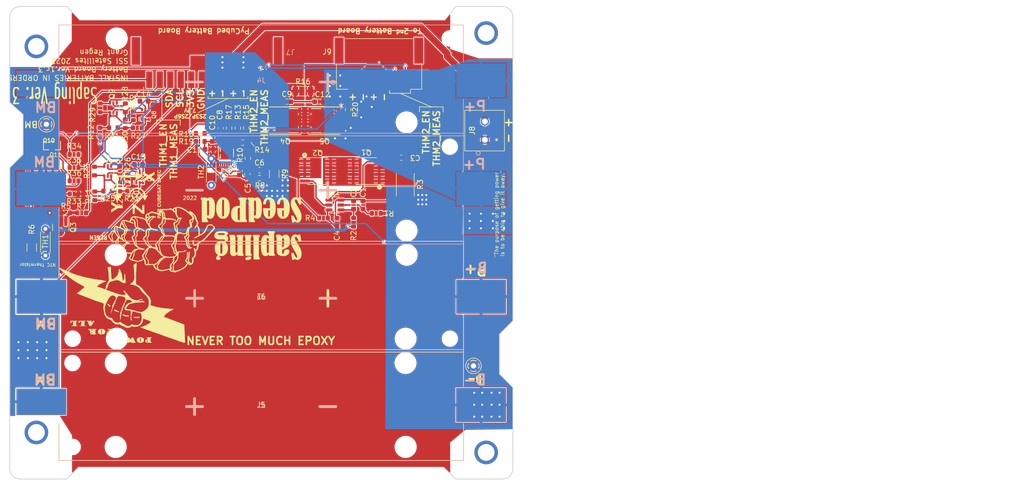
<source format=kicad_pcb>
(kicad_pcb (version 20221018) (generator pcbnew)
  (title_block (title "Battery Board") (date "2021-12-19") (rev "1.C") (company "Stanford SSI") (comment 1 "Original design by Max Holiday, very small adaptations by Grant Regen"))
  (layers (0 "F.Cu" signal) (1 "In1.Cu" signal) (2 "In2.Cu" signal) (31 "B.Cu" signal) (34 "B.Paste" user) (35 "F.Paste" user) (36 "B.SilkS" user "B.Silkscreen") (37 "F.SilkS" user "F.Silkscreen") (38 "B.Mask" user) (39 "F.Mask" user) (44 "Edge.Cuts" user))
  (net 0 "")
  (net 1 "/VDD")
  (net 2 "B-")
  (net 3 "PACK-")
  (net 4 "BM")
  (net 5 "PACK+")
  (net 6 "Net-(U1-VC)")
  (net 7 "Net-(C3-Pad1)")
  (net 8 "PyCubed_AIN5")
  (net 10 "Net-(U1-V-)")
  (net 14 "Net-(Q1-G)")
  (net 15 "PyCubed_PA20")
  (net 16 "Net-(Q1-D-Pad5)")
  (net 17 "Net-(Q2-G)")
  (net 18 "Net-(Q3-B)")
  (net 19 "Net-(Q3-C)")
  (net 20 "/CoulmbCounter/SRN")
  (net 21 "/CoulmbCounter/SRP")
  (net 22 "PACKp-")
  (net 23 "/CoulmbCounter/PBI")
  (net 24 "PACKp+")
  (net 25 "Net-(C12-Pad1)")
  (net 26 "/CoulmbCounter/V_{C2}")
  (net 27 "/CoulmbCounter/V_{C1}")
  (net 28 "Therm2_EN")
  (net 29 "Net-(Q6B-G1)")
  (net 30 "GND")
  (net 31 "Net-(Q8B-G1)")
  (net 32 "SCL_Bus")
  (net 33 "SDA_Bus")
  (net 34 "/CoulmbCounter/FET_MID")
  (net 35 "/CoulmbCounter/DSG_G")
  (net 36 "/CoulmbCounter/CHG_G")
  (net 37 "Net-(Q6A-G2)")
  (net 38 "Net-(Q6A-D1)")
  (net 39 "Net-(Q7A-B1)")
  (net 40 "/CoulmbCounter/SCL")
  (net 41 "Net-(Q8A-G2)")
  (net 42 "Net-(Q8A-D1)")
  (net 43 "Net-(Q9A-B1)")
  (net 44 "/CoulmbCounter/SDA")
  (net 45 "Therm2_SNS")
  (net 46 "Net-(U2-SCL)")
  (net 47 "Net-(U2-SDA)")
  (net 48 "+3V3")
  (net 49 "/CoulmbCounter/PACK_SNS")
  (net 50 "/CoulmbCounter/DSG_Dr")
  (net 51 "/CoulmbCounter/CHG_Dr")
  (net 52 "/CoulmbCounter/BQ_TS")
  (net 53 "Net-(Q10-G)")
  (net 54 "Net-(Q10-D)")
  (net 55 "Net-(Q11-Drain-Pad5)")
  (footprint "batteryboard_local:Keystone_1042_J5" (layer "F.Cu") (at 101.1174 129.8448 180)
    (fp_text reference "J5")
    (fp_text value "KEYSTONE-1042")
  )
  (footprint "Package_TO_SOT_SMD:SOT-23-6" (layer "F.Cu") (at 115.189 91.694)
    (fp_text reference "U1")
    (fp_text value "R5460N233AF")
  )
  (footprint "batteryboard:Keystone_1042" (layer "F.Cu") (at 101.1428 109.1946)
    (fp_text reference "J6")
    (fp_text value "KEYSTONE-1042")
  )
  (footprint "Capacitor_SMD:C_0603_1608Metric" (layer "F.Cu") (at 120.523 91.694 -90)
    (fp_text reference "C1")
    (fp_text value "0.1uF")
  )
  (footprint "Capacitor_SMD:C_0603_1608Metric" (layer "F.Cu") (at 118.745 91.694 -90)
    (fp_text reference "C2")
    (fp_text value "0.1uF")
  )
  (footprint "Capacitor_SMD:C_0603_1608Metric" (layer "F.Cu") (at 115.57 94.996 -90)
    (fp_text reference "C4")
    (fp_text value "0.1uF")
  )
  (footprint "Capacitor_SMD:C_0603_1608Metric" (layer "F.Cu") (at 127.8255 82.677 180)
    (fp_text reference "C3")
    (fp_text value "0.1uF")
  )
  (footprint "Resistor_SMD:R_0603_1608Metric" (layer "F.Cu") (at 123.063 93.2815 180)
    (fp_text reference "R1")
    (fp_text value "330")
  )
  (footprint "Resistor_SMD:R_0603_1608Metric" (layer "F.Cu") (at 118.745 94.996 90)
    (fp_text reference "R2")
    (fp_text value "330")
  )
  (footprint "Package_SO:SOIC-8_3.9x4.9mm_P1.27mm" (layer "F.Cu") (at 111.887 85.217)
    (fp_text reference "Q2")
    (fp_text value "IRF7458")
  )
  (footprint "Package_SO:SOIC-8_3.9x4.9mm_P1.27mm" (layer "F.Cu") (at 121.158 85.217 180)
    (fp_text reference "Q1")
    (fp_text value "IRF7458")
  )
  (footprint "Resistor_SMD:R_0603_1608Metric" (layer "F.Cu") (at 113.0003 94.1799 180)
    (fp_text reference "R4")
    (fp_text value "1K")
  )
  (footprint "Resistor_SMD:R_2512_6332Metric" (layer "F.Cu") (at 128.5875 87.8205 90)
    (fp_text reference "R3")
    (fp_text value "0.01")
  )
  (footprint "TestPoint:TestPoint_Loop_D1.80mm_Drill1.0mm_Beaded" (layer "F.Cu") (at 141.5923 122.3899)
    (fp_text reference "TP1" hide)
    (fp_text value "TestPoint")
  )
  (footprint "TestPoint:TestPoint_Loop_D1.80mm_Drill1.0mm_Beaded" (layer "F.Cu") (at 60.1853 76.2889)
    (fp_text reference "TP2" hide)
    (fp_text value "TestPoint")
  )
  (footprint "batteryboard:MountingHole_3.2mm_M3_DIN965_PadMOD" (layer "F.Cu") (at 144.0103 138.8999)
    (fp_text reference "H4" hide)
    (fp_text value "MountingHole_Pad")
  )
  (footprint "batteryboard:MountingHole_3.2mm_M3_DIN965_PadMOD" (layer "F.Cu") (at 58.2803 61.4299)
    (fp_text reference "H2" hide)
    (fp_text value "MountingHole_Pad")
  )
  (footprint "batteryboard:MountingHole_3.2mm_M3_DIN965_PadMOD" (layer "F.Cu") (at 58.2803 135.0899)
    (fp_text reference "H1" hide)
    (fp_text value "MountingHole_Pad")
  )
  (footprint "batteryboard:MountingHole_3.2mm_M3_DIN965_PadMOD" (layer "F.Cu") (at 144.0103 58.8899)
    (fp_text reference "H3" hide)
    (fp_text value "MountingHole_Pad")
  )
  (footprint "batteryboard:pheonix_2pos_screwterminal" (layer "F.Cu") (at 143.764 79.248 90)
    (fp_text reference "J8")
    (fp_text value "Screw_Terminal_01x02" hide)
  )
  (footprint "Resistor_SMD:R_0603_1608Metric" (layer "F.Cu") (at 63.8803 93.1799 180)
    (fp_text reference "R5")
    (fp_text value "100k")
  )
  (footprint "Resistor_SMD:R_1206_3216Metric" (layer "F.Cu") (at 57.3913 99.7839 -90)
    (fp_text reference "R6")
    (fp_text value "200k, RN73H2BTTD2003A05")
  )
  (footprint "Resistor_THT:R_Axial_DIN0204_L3.6mm_D1.6mm_P5.08mm_Horizontal" (layer "F.Cu") (at 60.0003 101.3199 90)
    (fp_text reference "TH1")
    (fp_text value "TTDO-10KC8-3-1%")
  )
  (footprint "Resistor_SMD:R_0603_1608Metric" (layer "F.Cu") (at 66.9163 93.1799 180)
    (fp_text reference "R7")
    (fp_text value "0")
  )
  (footprint "mainboard:BSS138DWQ-7" (layer "F.Cu") (at 79.0503 74.4299 90)
    (fp_text reference "Q8")
    (fp_text value "BSS138DWQ-7" hide)
  )
  (footprint "Resistor_SMD:R_0603_1608Metric" (layer "F.Cu") (at 89.5143 79.5574 180)
    (fp_text reference "R19")
    (fp_text value "100")
  )
  (footprint "Capacitor_SMD:C_0603_1608Metric" (layer "F.Cu") (at 106.0003 71.9799)
    (fp_text reference "C9")
    (fp_text value "0.1u")
  )
  (footprint "Resistor_SMD:R_0603_1608Metric" (layer "F.Cu") (at 69.3453 85.2159 90)
    (fp_text reference "R23")
    (fp_text value "0")
  )
  (footprint "batteryboard:PowerLogo" (layer "F.Cu") (at 75.0448 110.346699 180)
    (fp_text reference "Ref**" hide)
    (fp_text value "Val**" hide)
  )
  (footprint "batteryboard:5023521200" (layer "F.Cu") (at 90.8003 67.7799 180)
    (fp_text reference "J7")
    (fp_text value "Molex 5023521200")
  )
  (footprint "Capacitor_SMD:C_0603_1608Metric" (layer "F.Cu") (at 78.7963 71.8899)
    (fp_text reference "C14")
    (fp_text value "10nF")
  )
  (footprint "Resistor_SMD:R_0603_1608Metric" (layer "F.Cu") (at 70.4003 77.7799 -90)
    (fp_text reference "R12")
    (fp_text value "100")
  )
  (footprint "Resistor_SMD:R_0603_1608Metric" (layer "F.Cu") (at 65.4667 87.0699)
    (fp_text reference "R36")
    (fp_text value "100k")
  )
  (footprint "Capacitor_SMD:C_0603_1608Metric" (layer "F.Cu") (at 91.8003 78.7954 -90)
    (fp_text reference "C10")
    (fp_text value "1u")
  )
  (footprint "Resistor_SMD:R_0603_1608Metric" (layer "F.Cu") (at 76.7643 74.6839 90)
    (fp_text reference "R32")
    (fp_text value "200K")
  )
  (footprint "Resistor_SMD:R_1206_3216Metric" (layer "F.Cu") (at 103.6003 85.7799 90)
    (fp_text reference "R9")
    (fp_text value "3m")
  )
  (footprint "Capacitor_SMD:C_0603_1608Metric" (layer "F.Cu") (at 93.4003 77.0174 90)
    (fp_text reference "C8")
    (fp_text value "2.2u")
  )
  (footprint "batteryboard_local:SOT-23" (layer "F.Cu") (at 61.2599 80.3582 180)
    (fp_text reference "Q10")
    (fp_text value "IRLML2803" hide)
  )
  (footprint "Resistor_SMD:R_0603_1608Metric" (layer "F.Cu") (at 76.4573 89.0259)
    (fp_text reference "R21")
    (fp_text value "100K")
  )
  (footprint "Resistor_SMD:R_0603_1608Metric" (layer "F.Cu") (at 75.6953 86.7399 90)
    (fp_text reference "R26")
    (fp_text value "200K")
  )
  (footprint "Resistor_SMD:R_0603_1608Metric" (layer "F.Cu") (at 100.8003 86.5799)
    (fp_text reference "R8")
    (fp_text value "100")
  )
  (footprint "Resistor_SMD:R_0603_1608Metric" (layer "F.Cu") (at 89.5143 78.0334 180)
    (fp_text reference "R18")
    (fp_text value "4.99")
  )
  (footprint "batteryboard:SeedPodLogo" (layer "F.Cu") (at 90.0761 96.704764 180)
    (fp_text reference "Ref**" hide)
    (fp_text value "Val**" hide)
  )
  (footprint "Resistor_SMD:R_0603_1608Metric" (layer "F.Cu") (at 96.702299 77.0174 -90)
    (fp_text reference "R13")
    (fp_text value "10")
  )
  (footprint "Resistor_SMD:R_0603_1608Metric" (layer "F.Cu") (at 65.4667 84.5599)
    (fp_text reference "R35")
    (fp_text value "4.7k")
  )
  (footprint "Resistor_SMD:R_0603_1608Metric" (layer "F.Cu") (at 74.1713 85.2159 -90)
    (fp_text reference "R22")
    (fp_text value "680")
  )
  (footprint "batteryboard:VSON12_DRZ_TEX" (layer "F.Cu") (at 94.4003 81.7799 90)
    (fp_text reference "U2")
    (fp_text value "BQ28Z620")
  )
  (footprint "Resistor_SMD:R_0603_1608Metric" (layer "F.Cu") (at 98.6003 82.7799 90)
    (fp_text reference "R10")
    (fp_text value "100")
  )
  (footprint "Resistor_SMD:R_0603_1608Metric" (layer "F.Cu") (at 72.9543 76.9699 180)
    (fp_text reference "R31")
    (fp_text value "10K")
  )
  (footprint "Resistor_SMD:R_0603_1608Metric" (layer "F.Cu") (at 70.4143 73.1599 90)
    (fp_text reference "R29")
    (fp_text value "0")
  )
  (footprint "Resistor_SMD:R_0603_1608Metric" (layer "F.Cu") (at 75.2403 76.2079 90)
    (fp_text reference "R30")
    (fp_text value "10K")
  )
  (footprint "Capacitor_SMD:C_0603_1608Metric" (layer "F.Cu") (at 112.1003 71.9799)
    (fp_text reference "C12")
    (fp_text value "0.1u")
  )
  (footprint "Resistor_SMD:R_1206_3216Metric" (layer "F.Cu") (at 109.1003 69.9799)
    (fp_text reference "R16")
    (fp_text value "DNP")
  )
  (footprint "Capacitor_SMD:C_0603_1608Metric" (layer "F.Cu") (at 91.2003 81.0814)
    (fp_text reference "C11")
    (fp_text value "0.1u")
  )
  (footprint "Resistor_SMD:R_0603_1608Metric" (layer "F.Cu") (at 98.3003 76.9799 -90)
    (fp_text reference "R15")
    (fp_text value "10M")
  )
  (footprint "Package_TO_SOT_SMD:SOT-363_SC-70-6" (layer "F.Cu") (at 71.8853 85.2159 -90)
    (fp_text reference "Q7")
    (fp_text value "MBT2222ADW1T1")
  )
  (footprint "batteryboard:DQJ8_NMOS_DGS" (layer "F.Cu") (at 105.735372 75.6149)
    (fp_text reference "Q4")
    (fp_text value "CSD17579Q5A")
  )
  (footprint "Resistor_SMD:R_0603_1608Metric" (layer "F.Cu") (at 65.4667 82.0499 180)
    (fp_text reference "R34")
    (fp_text value "10k")
  )
  (footprint "Resistor_SMD:R_0603_1608Metric" (layer "F.Cu") (at 97.6003 79.7799)
    (fp_text reference "R14")
    (fp_text value "5.1k")
  )
  (footprint "Capacitor_SMD:C_0603_1608Metric" (layer "F.Cu") (at 97.0003 85.1799 90)
    (fp_text reference "C7")
    (fp_text value "0.1u")
  )
  (footprint "Resistor_SMD:R_0603_1608Metric" (layer "F.Cu") (at 71.8853 89.0259 180)
    (fp_text reference "R25")
    (fp_text value "10K")
  )
  (footprint "Resistor_SMD:R_0603_1608Metric" (layer "F.Cu") (at 75.2403 73.1599 -90)
    (fp_text reference "R28")
    (fp_text value "680")
  )
  (footprint "batteryboard_local:IRF7404TRPBF" (layer "F.Cu") (at 60.1281 86.6138 180)
    (fp_text reference "Q11")
    (fp_text value "IRF7404TRPBF" hide)
  )
  (footprint "batteryboard:DQJ8_NMOS_DGS" (layer "F.Cu") (at 113.135372 75.6149 180)
    (fp_text reference "Q5")
    (fp_text value "CSD17579Q5A")
  )
  (footprint "Resistor_SMD:R_0603_1608Metric" (layer "F.Cu") (at 74.1713 88.2639 90)
    (fp_text reference "R24")
    (fp_text value "10K")
  )
  (footprint "batteryboard:5023520600" (layer "F.Cu") (at 123.6003 64.7799 180)
    (fp_text reference "J9")
    (fp_text value "Molex 5023520600")
  )
  (footprint "Resistor_SMD:R_0603_1608Metric" (layer "F.Cu") (at 65.4667 89.5799 180)
    (fp_text reference locked "R33")
    (fp_text value "9k")
  )
  (footprint "Resistor_SMD:R_0603_1608Metric" (layer "F.Cu") (at 77.5263 76.9699)
    (fp_text reference "R27")
    (fp_text value "100K")
  )
  (footprint "Capacitor_SMD:C_0603_1608Metric" (layer "F.Cu") (at 100.8003 85.0559)
    (fp_text reference "C6")
    (fp_text value "0.1u")
  )
  (footprint "mainboard:BSS138DWQ-7" (layer "F.Cu") (at 77.9813 86.4859 90)
    (fp_text reference "Q6")
    (fp_text value "BSS138DWQ-7" hide)
  )
  (footprint "Resistor_SMD:R_0603_1608Metric" (layer "F.Cu") (at 95.0003 77.0174 90)
    (fp_text reference "R17")
    (fp_text value "5.1k")
  )
  (footprint "Package_TO_SOT_SMD:SOT-23" (layer "F.Cu") (at 62.9303 95.9499 -90)
    (fp_text reference "Q3")
    (fp_text value "IRLML2803")
  )
  (footprint "Capacitor_SMD:C_0603_1608Metric" (layer "F.Cu") (at 98.5003 85.7799 90)
    (fp_text reference "C5")
    (fp_text value "0.1u")
  )
  (footprint "Package_TO_SOT_SMD:SOT-363_SC-70-6" (layer "F.Cu") (at 72.9543 73.1599 -90)
    (fp_text reference "Q9")
    (fp_text value "MBT2222ADW1T1")
  )
  (footprint "Resistor_SMD:R_0603_1608Metric" (layer "F.Cu") (at 117.7003 73.4799 90)
    (fp_text reference "R20")
    (fp_text value "10M")
  )
  (footprint "Capacitor_SMD:C_0603_1608Metric" (layer "F.Cu") (at 77.7273 83.9459)
    (fp_text reference "C13")
    (fp_text value "10nF")
  )
  (footprint "Resistor_SMD:R_0603_1608Metric" (layer "F.Cu") (at 69.4003 89.9549 -90)
    (fp_text reference "R11")
    (fp_text value "100")
  )
  (footprint "Resistor_THT:R_Axial_DIN0204_L3.6mm_D1.6mm_P5.08mm_Horizontal" (layer "F.Cu") (at 91.6003 87.9199 90)
    (fp_text reference "TH2")
    (fp_text value "10k")
  )
  (footprint "batteryboard:Keystone_1042" (layer "B.Cu") (at 101.1174 88.5698)
    (fp_text reference "J2")
    (fp_text value "KEYSTONE-1042")
  )
  (footprint "batteryboard_local:Keystone_1042_J1" (layer "B.Cu") (at 101.1428 129.8448 180)
    (fp_text reference "J1")
    (fp_text value "KEYSTONE-1042")
  )
  (footprint "batteryboard:Keystone_1042" (layer "B.Cu") (at 101.1428 109.1946 180)
    (fp_text reference "J3")
    (fp_text value "KEYSTONE-1042")
  )
  (footprint "batteryboard_local:Keystone_1042_J4" (layer "B.Cu") (at 101.1174 67.9196)
    (fp_text reference "J4")
    (fp_text value "KEYSTONE-1042")
  )
  (footprint "batteryboard:XYZ_cubesat-bot" (layer "B.Cu") (at 77.2303 89.5899 -90)
    (fp_text reference "Ref**" hide)
    (fp_text value "Val**" hide)
  )
  (gr_circle (center 123.6726 88.2904) (end 123.7488 88.3158) (stroke (width 0.4)) (fill none) (layer "F.SilkS"))
  (gr_line (start 82.2003 75.4799) (end 82.2003 69.7799) (stroke (width 0.127)) (layer "F.SilkS"))
  (gr_line (start 133.5503 72.9799) (end 127.6003 70.3799) (stroke (width 0.127)) (layer "F.SilkS"))
  (gr_line (start 81.2003 75.4799) (end 81.2003 76.4799) (stroke (width 0.127)) (layer "F.SilkS"))
  (gr_circle (center 109.3978 82.169) (end 109.474 82.1944) (stroke (width 0.4)) (fill none) (layer "F.SilkS"))
  (gr_line (start 82.7003 69.7799) (end 82.7003 69.1799) (stroke (width 0.127)) (layer "F.SilkS"))
  (gr_line (start 125.6003 70.3799) (end 125.6003 69.8799) (stroke (width 0.127)) (layer "F.SilkS"))
  (gr_line (start 135.8003 72.9799) (end 135.8003 73.9799) (stroke (width 0.127)) (layer "F.SilkS"))
  (gr_line (start 131.3003 72.9799) (end 131.3003 73.9799) (stroke (width 0.127)) (layer "F.SilkS"))
  (gr_line (start 81.2003 75.4799) (end 85.7003 75.4799) (stroke (width 0.127)) (layer "F.SilkS"))
  (gr_line (start 78.7003 69.7799) (end 78.7003 69.1799) (stroke (width 0.127)) (layer "F.SilkS"))
  (gr_line (start 91.0003 70.9799) (end 91.0003 71.3799) (stroke (width 0.127)) (layer "F.SilkS"))
  (gr_line (start 99.8003 80.4799) (end 99.2003 79.7799) (stroke (width 0.127)) (layer "F.SilkS"))
  (gr_line (start 98.6003 71.3799) (end 98.6003 70.9799) (stroke (width 0.127)) (layer "F.SilkS"))
  (gr_line (start 129.6003 70.3799) (end 125.6003 70.3799) (stroke (width 0.127)) (layer "F.SilkS"))
  (gr_line (start 89.1003 74.0799) (end 94.8003 71.3799) (stroke (width 0.127)) (layer "F.SilkS"))
  (gr_line (start 131.3003 72.9799) (end 135.8003 72.9799) (stroke (width 0.127)) (layer "F.SilkS"))
  (gr_line (start 82.7003 69.7799) (end 78.7003 69.7799) (stroke (width 0.127)) (layer "F.SilkS"))
  (gr_line (start 85.7003 75.4799) (end 85.7003 76.4799) (stroke (width 0.127)) (layer "F.SilkS"))
  (gr_line (start 91.0003 71.3799) (end 98.6003 71.3799) (stroke (width 0.127)) (layer "F.SilkS"))
  (gr_line (start 129.6003 70.3799) (end 129.6003 69.7799) (stroke (width 0.127)) (layer "F.SilkS"))
  (gr_arc (start 55.2003 143.9799) (mid 53.786086 143.394114) (end 53.2003 141.9799) (stroke (width 0.15)) (layer "Edge.Cuts"))
  (gr_arc (start 149.0853 141.9799) (mid 148.499514 143.394114) (end 147.0853 143.9799) (stroke (width 0.15)) (layer "Edge.Cuts"))
  (gr_arc (start 147.0853 53.8099) (mid 148.499514 54.395686) (end 149.0853 55.8099) (stroke (width 0.15)) (layer "Edge.Cuts"))
  (gr_line (start 53.2003 84.582) (end 53.2003 141.9799) (stroke (width 0.15)) (layer "Edge.Cuts"))
  (gr_arc (start 53.2003 55.8099) (mid 53.786086 54.395686) (end 55.2003 53.8099) (stroke (width 0.15)) (layer "Edge.Cuts"))
  (gr_line (start 55.2003 143.9799) (end 64.0395 143.9799) (stroke (width 0.15)) (layer "Edge.Cuts"))
  (gr_line (start 149.098 113.792) (end 149.0853 55.8099) (stroke (width 0.15)) (layer "Edge.Cuts"))
  (gr_line (start 135.89 141.732) (end 66.294 141.732) (stroke (width 0.15)) (layer "Edge.Cuts"))
  (gr_line (start 64.0395 143.9799) (end 66.294 141.732) (stroke (width 0.15)) (layer "Edge.Cuts"))
  (gr_line (start 147.0853 143.9799) (end 138.2461 143.9799) (stroke (width 0.15)) (layer "Edge.Cuts"))
  (gr_line (start 66.548 56.388) (end 64.0969 53.8099) (stroke (width 0.15)) (layer "Edge.Cuts"))
  (gr_line (start 136.144 56.388) (end 66.548 56.388) (stroke (width 0.15)) (layer "Edge.Cuts"))
  (gr_line (start 136.144 56.388) (end 138.1887 53.8099) (stroke (width 0.15)) (layer "Edge.Cuts"))
  (gr_line (start 147.0853 53.8099) (end 138.1887 53.8099) (stroke (width 0.15)) (layer "Edge.Cuts"))
  (gr_line (start 64.0969 53.8099) (end 55.2003 53.8099) (stroke (width 0.15)) (layer "Edge.Cuts"))
  (gr_line (start 53.2003 72.136) (end 53.2003 55.8099) (stroke (width 0.15)) (layer "Edge.Cuts"))
  (gr_line (start 149.0853 141.9799) (end 149.098 126.492) (stroke (width 0.15)) (layer "Edge.Cuts"))
  (gr_line (start 146.558 123.952) (end 149.098 126.492) (stroke (width 0.15)) (layer "Edge.Cuts"))
  (gr_line (start 146.558 116.332) (end 146.558 123.952) (stroke (width 0.15)) (layer "Edge.Cuts"))
  (gr_line (start 53.2003 84.582) (end 55.7403 82.042) (stroke (width 0.15)) (layer "Edge.Cuts"))
  (gr_line (start 138.2461 143.9799) (end 135.89 141.732) (stroke (width 0.15)) (layer "Edge.Cuts"))
  (gr_line (start 55.7403 74.422) (end 53.2003 72.136) (stroke (width 0.15)) (layer "Edge.Cuts"))
  (gr_line (start 55.7403 82.042) (end 55.7403 74.422) (stroke (width 0.15)) (layer "Edge.Cuts"))
  (gr_line (start 149.098 113.792) (end 146.558 116.332) (stroke (width 0.15)) (layer "Edge.Cuts"))
  (gr_text "BM" (at 60.0583 114.3889) (layer "B.SilkS") (effects (font (size 1.905 1.905) (thickness 0.381)) (justify mirror)))
  (gr_text "BM" (at 59.8043 83.5279) (layer "B.SilkS") (effects (font (size 1.905 1.905) (thickness 0.381)) (justify mirror)))
  (gr_text "BM" (at 60.0583 73.1139) (layer "B.SilkS") (effects (font (size 1.905 1.905) (thickness 0.381)) (justify mirror)))
  (gr_text "BM" (at 59.9313 125.0569) (layer "B.SilkS") (effects (font (size 1.905 1.905) (thickness 0.381)) (justify mirror)))
  (gr_text "B-" (at 141.8463 125.0569) (layer "B.SilkS") (effects (font (size 1.905 1.905) (thickness 0.381)) (justify mirror)))
  (gr_text "B-" (at 142.1003 103.7209) (layer "B.SilkS") (effects (font (size 1.905 1.905) (thickness 0.381)) (justify mirror)))
  (gr_text "P+" (at 141.7193 83.9089) (layer "B.SilkS") (effects (font (size 1.905 1.905) (thickness 0.381)) (justify mirror)))
  (gr_text "P+" (at 141.8463 72.8599) (layer "B.SilkS") (effects (font (size 1.905 1.905) (thickness 0.381)) (justify mirror)))
  (gr_text "BM" (at 59.9313 124.9299 180) (layer "F.SilkS") (effects (font (size 1.905 1.905) (thickness 0.381))))
  (gr_text "B-" (at 141.8463 124.9299 180) (layer "F.SilkS") (effects (font (size 1.2 1.2) (thickness 0.3))))
  (gr_text "P+" (at 141.9733 104.1019 180) (layer "F.SilkS") (effects (font (size 1.905 1.905) (thickness 0.381))))
  (gr_text "NTC Thermistor" (at 58.5343 103.0859 180) (layer "F.SilkS") (effects (font (size 0.6 0.6) (thickness 0.1))))
  (gr_text "2S3P/2S6P\n7.2V" (at 87.6003 74.1799 180) (layer "F.SilkS") (effects (font (size 0.7 0.7) (thickness 0.175))))
  (gr_text "- +" (at 148.1963 77.47 90) (layer "F.SilkS") (effects (font (size 1.5 1.5) (thickness 0.3))))
  (gr_text "INSTALL BATTERIES IN ORDER!\nBattery Board Ver.1c.3\nSSI Satellites 2022\nGrant Regen\n" (at 75.9003 64.9799 180) (layer "F.SilkS") (effects (font (size 1 1) (thickness 0.15) bold) (justify left)))
  (gr_text "BM" (at 57.2643 76.2889 180) (layer "F.SilkS") (effects (font (size 1.2 1.2) (thickness 0.2))))
  (gr_text "REGEN" (at 70.1003 97.8799 180) (layer "F.SilkS") (effects (font (size 0.7 0.7) (thickness 0.175))))
  (gr_text "THM1_EN\nTHM1_MEAS" (at 85.2003 75.9799 90) (layer "F.SilkS") (effects (font (size 1.25 1.25) (thickness 0.25) bold) (justify right bottom)))
  (gr_text "THM2_EN\nTHM2_MEAS" (at 135.3003 73.4799 90) (layer "F.SilkS") (effects (font (size 1.25 1.25) (thickness 0.25) bold) (justify right bottom)))
  (gr_text "+\n-\n+\n-" (at 121.5003 70.1799 90) (layer "F.SilkS") (effects (font (size 1.25 1.25) (thickness 0.25)) (justify right)))
  (gr_text "To 2^{nd} Battery Board" (at 123.7003 58.4799 180) (layer "F.SilkS") (effects (font (size 1 1) (thickness 0.2))))
  (gr_text "\"The purpose of getting power \nis to be able to give it away.\"" (at 146.5453 93.3069 90) (layer "F.SilkS") (effects (font (size 0.7 0.7) (thickness 0.1))))
  (gr_text "PyCubed Battery Board" (at 90.2003 58.4799 180) (layer "F.SilkS") (effects (font (size 1 1) (thickness 0.2))))
  (gr_text "SDA\nSCL\n3V3\nGND\n+\n-\n+\n-\nTHM2_EN\nTHM2_MEAS" (at 92.7003 69.4799 90) (layer "F.SilkS") (effects (font (size 1.25 1.25) (thickness 0.25)) (justify right)))
  (gr_text "BM" (at 60.0583 114.2619 180) (layer "F.SilkS") (effects (font (size 1.905 1.905) (thickness 0.381))))
  (gr_text "NEVER TOO MUCH EPOXY" (at 101.0303 117.6099) (layer "F.SilkS") (effects (font (size 1.5 1.5) (thickness 0.3))))
  (gr_text "Sapling Ver. 3" (at 61.8003 70.6799 180) (layer "F.SilkS") (effects (font (size 3 1.5) (thickness 0.3))))
  (segment (start 119.761 91.694) (end 120.523 92.456) (width 0.2794) (layer "F.Cu") (net 1))
  (segment (start 121.323 93.2815) (end 120.523 92.4815) (width 0.2794) (layer "F.Cu") (net 1))
  (segment (start 122.2755 93.2815) (end 121.323 93.2815) (width 0.2794) (layer "F.Cu") (net 1))
  (segment (start 116.589 91.694) (end 119.761 91.694) (width 0.2794) (layer "F.Cu") (net 1))
  (segment (start 120.523 92.456) (end 120.523 92.4815) (width 0.2794) (layer "F.Cu") (net 1))
  (segment (start 115.5362 90.744) (end 116.3265 90.744) (width 0.27178) (layer "F.Cu") (net 2))
  (segment (start 118.745 90.678) (end 120.2945 90.678) (width 0.2794) (layer "F.Cu") (net 2))
  (segment (start 120.523 90.9065) (end 128.4015 90.9065) (width 0.2794) (layer "F.Cu") (net 2))
  (segment (start 118.745 90.9065) (end 118.745 90.678) (width 0.2794) (layer "F.Cu") (net 2))
  (segment (start 115.57 94.2085) (end 115.2903 93.9288) (width 0.27178) (layer "F.Cu") (net 2))
  (segment (start 120.2945 90.678) (end 120.523 90.9065) (width 0.2794) (layer "F.Cu") (net 2))
  (segment (start 115.2903 90.9899) (end 115.5362 90.744) (width 0.27178) (layer "F.Cu") (net 2))
  (segment (start 116.655 90.678) (end 118.745 90.678) (width 0.2794) (layer "F.Cu") (net 2))
  (segment (start 115.2903 93.9288) (end 115.2903 90.9899) (width 0.27178) (layer "F.Cu") (net 2))
  (segment (start 128.4015 90.9065) (end 128.5875 90.7205) (width 0.2794) (layer "F.Cu") (net 2))
  (segment (start 116.589 90.744) (end 116.655 90.678) (width 0.2794) (layer "F.Cu") (net 2))
  (segment (start 115.8096 90.744) (end 116.589 90.744) (width 0.2794) (layer "F.Cu") (net 2))
  (via (at 143.256 129.794) (size 0.5842) (drill 0.381) (layers "F.Cu" "B.Cu") (net 2))
  (via (at 146.558 129.794) (size 0.5842) (drill 0.381) (layers "F.Cu" "B.Cu") (net 2))
  (via (at 145.034 129.794) (size 0.5842) (drill 0.381) (layers "F.Cu" "B.Cu") (net 2))
  (via (at 141.732 129.794) (size 0.5842) (drill 0.381) (layers "F.Cu" "B.Cu") (net 2))
  (via (at 146.558 132.08) (size 0.5842) (drill 0.381) (layers "F.Cu" "B.Cu") (net 2))
  (via (at 141.732 132.08) (size 0.5842) (drill 0.381) (layers "F.Cu" "B.Cu") (net 2))
  (via (at 143.256 132.08) (size 0.5842) (drill 0.381) (layers "F.Cu" "B.Cu") (net 2))
  (via (at 145.034 132.08) (size 0.5842) (drill 0.381) (layers "F.Cu" "B.Cu") (net 2))
  (via (at 131.826 90.678) (size 0.5842) (drill 0.381) (layers "F.Cu" "B.Cu") (net 2))
  (via (at 132.588 90.678) (size 0.5842) (drill 0.381) (layers "F.Cu" "B.Cu") (net 2))
  (via (at 131.064 90.678) (size 0.5842) (drill 0.381) (layers "F.Cu" "B.Cu") (net 2))
  (via (at 131.826 91.567) (size 0.5842) (drill 0.381) (layers "F.Cu" "B.Cu") (net 2))
  (via (at 131.064 91.567) (size 0.5842) (drill 0.381) (layers "F.Cu" "B.Cu") (net 2))
  (via (at 132.588 91.567) (size 0.5842) (drill 0.381) (layers "F.Cu" "B.Cu") (net 2))
  (via (at 143.256 127.508) (size 0.5842) (drill 0.381) (layers "F.Cu" "B.Cu") (net 2))
  (via (at 146.558 127.508) (size 0.5842) (drill 0.381) (layers "F.Cu" "B.Cu") (net 2))
  (via (at 145.034 127.508) (size 0.5842) (drill 0.381) (layers "F.Cu" "B.Cu") (net 2))
  (via (at 131.826 89.789) (size 0.5842) (drill 0.381) (layers "F.Cu" "B.Cu") (net 2))
  (via (at 141.732 127.508) (size 0.5842) (drill 0.381) (layers "F.Cu" "B.Cu") (net 2))
  (via (at 131.064 89.789) (size 0.5842) (drill 0.381) (layers "F.Cu" "B.Cu") (net 2))
  (via (at 132.588 89.789) (size 0.5842) (drill 0.381) (layers "F.Cu" "B.Cu") (net 2))
  (segment (start 103.6003 87.2424) (end 102.0878 87.2424) (width 0.27178) (layer "F.Cu") (net 3))
  (segment (start 66.2917 89.5799) (end 65.2317 90.6399) (width 0.27178) (layer "F.Cu") (net 3))
  (segment (start 61.9803 93.7099) (end 62.5103 93.1799) (width 0.6096) (layer "F.Cu") (net 3))
  (segment (start 62.5103 93.1799) (end 63.0553 93.1799) (width 0.6096) (layer "F.Cu") (net 3))
  (segment (start 97.7403 63.4799) (end 97.7403 67.7199) (width 1.27) (layer "F.Cu") (net 3))
  (segment (start 63.3603 90.6399) (end 60.8203 93.1799) (width 0.27178) (layer "F.Cu") (net 3))
  (segment (start 93.8003 67.7799) (end 93.8003 63.5399) (width 1.27) (layer "F.Cu") (net 3))
  (segment (start 97.8003 67.7799) (end 97.8003 69.9199) (width 1.27) (layer "F.Cu") (net 3))
  (segment (start 97.8003 69.9199) (end 97.7403 69.9799) (width 1.27) (layer "F.Cu") (net 3))
  (segment (start 93.8003 67.7799) (end 93.8003 69.9199) (width 1.27) (layer "F.Cu") (net 3))
  (segment (start 93.8003 69.9199) (end 93.7403 69.9799) (width 1.27) (layer "F.Cu") (net 3))
  (segment (start 93.8003 63.5399) (end 93.7403 63.4799) (width 1.27) (layer "F.Cu") (net 3))
  (segment (start 61.9803 95.0124) (end 61.9803 93.7099) (width 0.6096) (layer "F.Cu") (net 3))
  (segment (start 102.0878 87.2424) (end 101.4253 86.5799) (width 0.27178) (layer "F.Cu") (net 3))
  (segment (start 65.2317 90.6399) (end 63.3603 90.6399) (width 0.27178) (layer "F.Cu") (net 3))
  (via (at 93.7403 69.9799) (size 0.5842) (drill 0.381) (layers "F.Cu" "B.Cu") (net 3))
  (via (at 104.2003 88.9799) (size 0.5842) (drill 0.381) (layers "F.Cu" "B.Cu") (net 3))
  (via (at 104.2003 89.9799) (size 0.5842) (drill 0.381) (layers "F.Cu" "B.Cu") (net 3))
  (via (at 101.2003 88.9799) (size 0.5842) (drill 0.381) (layers "F.Cu" "B.Cu") (net 3))
  (via (at 93.7403 65.4799) (size 0.5842) (drill 0.381) (layers "F.Cu" "B.Cu") (net 3))
  (via (at 97.7403 65.4799) (size 0.5842) (drill 0.381) (layers "F.Cu" "B.Cu") (net 3))
  (via (at 105.2003 85.9799) (size 0.5842) (drill 0.381) (layers "F.Cu" "B.Cu") (net 3))
  (via (at 105.2003 87.9799) (size 0.5842) (drill 0.381) (layers "F.Cu" "B.Cu") (net 3))
  (via (at 101.2003 87.9799) (size 0.5842) (drill 0.381) (layers "F.Cu" "B.Cu") (net 3))
  (via (at 60.8203 93.1799) (size 0.5842) (drill 0.381) (layers "F.Cu" "B.Cu") (net 3))
  (via (at 103.2003 88.9799) (size 0.5842) (drill 0.381) (layers "F.Cu" "B.Cu") (net 3))
  (via (at 93.7403 63.4799) (size 0.5842) (drill 0.381) (layers "F.Cu" "B.Cu") (net 3))
  (via (at 102.2003 89.9799) (size 0.5842) (drill 0.381) (layers "F.Cu" "B.Cu") (net 3))
  (via (at 106.2003 87.9799) (size 0.5842) (drill 0.381) (layers "F.Cu" "B.Cu") (net 3))
  (via (at 102.2003 88.9799) (size 0.5842) (drill 0.381) (layers "F.Cu" "B.Cu") (net 3))
  (via (at 97.7403 64.4799) (size 0.5842) (drill 0.381) (layers "F.Cu" "B.Cu") (net 3))
  (via (at 103.2003 89.9799) (size 0.5842) (drill 0.381) (layers "F.Cu" "B.Cu") (net 3))
  (via (at 105.2003 88.9799) (size 0.5842) (drill 0.381) (layers "F.Cu" "B.Cu") (net 3))
  (via (at 106.2003 88.9799) (size 0.5842) (drill 0.381) (layers "F.Cu" "B.Cu") (net 3))
  (via (at 105.2003 89.9799) (size 0.5842) (drill 0.381) (layers "F.Cu" "B.Cu") (net 3))
  (via (at 102.2003 87.9799) (size 0.5842) (drill 0.381) (layers "F.Cu" "B.Cu") (net 3))
  (via (at 97.7403 69.9799) (size 0.5842) (drill 0.381) (layers "F.Cu" "B.Cu") (net 3))
  (via (at 105.2003 86.9799) (size 0.5842) (drill 0.381) (layers "F.Cu" "B.Cu") (net 3))
  (via (at 97.7403 63.4799) (size 0.5842) (drill 0.381) (layers "F.Cu" "B.Cu") (net 3))
  (via (at 93.7403 64.4799) (size 0.5842) (drill 0.381) (layers "F.Cu" "B.Cu") (net 3))
  (via (at 106.2003 86.9799) (size 0.5842) (drill 0.381) (layers "F.Cu" "B.Cu") (net 3))
  (segment (start 88.6893 79.5574) (end 88.6893 79.7381) (width 0.27178) (layer "F.Cu") (net 4))
  (segment (start 88.6893 79.7381) (end 59.2328 109.1946) (width 0.27178) (layer "F.Cu") (net 4))
  (segment (start 117.703498 95.7835) (end 117.665498 95.8215) (width 0.2794) (layer "F.Cu") (net 4))
  (segment (start 118.745 95.7835) (end 117.703498 95.7835) (width 0.2794) (layer "F.Cu") (net 4))
  (via (at 54.864 119.38) (size 0.5842) (drill 0.381) (layers "F.Cu" "B.Cu") (net 4))
  (via (at 58.42 119.38) (size 0.5842) (drill 0.381) (layers "F.Cu" "B.Cu") (net 4))
  (via (at 56.642 119.38) (size 0.5842) (drill 0.381) (layers "F.Cu" "B.Cu") (net 4))
  (via (at 60.198 119.38) (size 0.5842) (drill 0.381) (layers "F.Cu" "B.Cu") (net 4))
  (via (at 60.198 120.904) (size 0.5842) (drill 0.381) (layers "F.Cu" "B.Cu") (net 4))
  (via (at 58.42 120.904) (size 0.5842) (drill 0.381) (layers "F.Cu" "B.Cu") (net 4))
  (via (at 54.864 120.904) (size 0.5842) (drill 0.381) (layers "F.Cu" "B.Cu") (net 4))
  (via (at 56.642 120.904) (size 0.5842) (drill 0.381) (layers "F.Cu" "B.Cu") (net 4))
  (via (at 56.642 117.856) (size 0.5842) (drill 0.381) (layers "F.Cu" "B.Cu") (net 4))
  (via (at 58.42 117.856) (size 0.5842) (drill 0.381) (layers "F.Cu" "B.Cu") (net 4))
  (via (at 60.198 117.856) (size 0.5842) (drill 0.381) (layers "F.Cu" "B.Cu") (net 4))
  (via (at 54.864 117.856) (size 0.5842) (drill 0.381) (layers "F.Cu" "B.Cu") (net 4))
  (via (at 117.665498 95.8215) (size 0.5842) (drill 0.381) (layers "F.Cu" "B.Cu") (net 4))
  (segment (start 117.005098 96.4819) (end 61.7601 96.4819) (width 0.6096) (layer "B.Cu") (net 4))
  (segment (start 117.665498 95.8215) (end 117.005098 96.4819) (width 0.6096) (layer "B.Cu") (net 4))
  (segment (start 56.5 71.38541) (end 63.19681 65.5799) (width 0.27178) (layer "F.Cu") (net 5))
  (segment (start 63.3603 85.3248) (end 62.0331 83.9976) (width 0.27178) (layer "F.Cu") (net 5))
  (segment (start 59.4931 83.9976) (end 60.7631 83.9976) (width 0.27178) (layer "F.Cu") (net 5))
  (segment (start 63.3603 88.0999) (end 63.3603 85.3248) (width 0.27178) (layer "F.Cu") (net 5))
  (segment (start 55.7403 103.3399) (end 55.7403 99.9724) (width 0.27178) (layer "F.Cu") (net 5))
  (segment (start 57.53525 96.238552) (end 60.96319 99.666492) (width 0.27178) (layer "F.Cu") (net 5))
  (segment (start 57.53525 87.86221) (end 57.53525 96.238552) (width 0.27178) (layer "F.Cu") (net 5))
  (segment (start 63.12261 87.86221) (end 57.53525 87.86221) (width 0.27178) (layer "F.Cu") (net 5))
  (segment (start 96.739799 76.1549) (end 96.702299 76.1924) (width 0.27178) (layer "F.Cu") (net 5))
  (segment (start 95.8003 67.7799) (end 95.8003 63.444244) (width 1.27) (layer "F.Cu") (net 5))
  (segment (start 65.9003 88.0999) (end 63.3603 88.0999) (width 0.27178) (layer "F.Cu") (net 5))
  (segment (start 60.96319 99.666492) (end 60.96319 103.3399) (width 0.27178) (layer "F.Cu") (net 5))
  (segment (start 143.764 70.5436) (end 143.764 75.747998) (width 1.27) (layer "F.Cu") (net 5))
  (segment (start 66.2917 87.7085) (end 65.9003 88.0999) (width 0.27178) (layer "F.Cu") (net 5))
  (segment (start 136.6003 63.3799) (end 143.764 70.5436) (width 1.27) (layer "F.Cu") (net 5))
  (segment (start 55.7403 99.9724) (end 57.3913 98.3214) (width 0.27178) (layer "F.Cu") (net 5))
  (segment (start 63.3603 88.0999) (end 63.12261 87.86221) (width 0.27178) (layer "F.Cu") (net 5))
  (segment (start 60.96319 103.3399) (end 55.7403 103.3399) (width 0.27178) (layer "F.Cu") (net 5))
  (segment (start 63.19681 65.5799) (end 88.8003 65.5799) (width 0.27178) (layer "F.Cu") (net 5))
  (segment (start 104.7303 71.9799) (end 103.0003 73.7099) (width 0.27178) (layer "F.Cu") (net 5))
  (segment (start 136.6003 63.3799) (end 136.6003 62.7896) (width 1.27) (layer "F.Cu") (net 5))
  (segment (start 56.5 98.3214) (end 56.5 71.38541) (width 0.27178) (layer "F.Cu") (net 5))
  (segment (start 95.8003 63.444244) (end 101.531744 57.7128) (width 1.27) (layer "F.Cu") (net 5))
  (segment (start 66.2917 87.0699) (end 66.2917 87.7085) (width 0.27178) (layer "F.Cu") (net 5))
  (segment (start 62.0331 83.9976) (end 60.7631 83.9976) (width 0.27178) (layer "F.Cu") (net 5))
  (segment (start 136.6003 62.7896) (end 131.5235 57.7128) (width 1.27) (layer "F.Cu") (net 5))
  (segment (start 131.5235 57.7128) (end 101.531744 57.7128) (width 1.27) (layer "F.Cu") (net 5))
  (segment (start 105.2253 71.9799) (end 104.7303 71.9799) (width 0.27178) (layer "F.Cu") (net 5))
  (segment (start 118.745 92.4815) (end 118.745 94.2085) (width 0.27178) (layer "F.Cu") (net 6))
  (segment (start 116.589 92.644) (end 118.5825 92.644) (width 0.2794) (layer "F.Cu") (net 6))
  (segment (start 128.613 84.895) (end 128.5875 84.9205) (width 0.6096) (layer "F.Cu") (net 7))
  (segment (start 128.613 82.677) (end 128.613 84.895) (width 0.6096) (layer "F.Cu") (net 7))
  (segment (start 60.0003 101.3199) (end 57.4648 101.3199) (width 0.27178) (layer "F.Cu") (net 8))
  (segment (start 57.4648 101.3199) (end 57.3913 101.2464) (width 0.27178) (layer "F.Cu") (net 8))
  (segment (start 60.4393 99.706562) (end 60.4393 101.3079) (width 0.27178) (layer "F.Cu") (net 8))
  (segment (start 61.267845 67.7799) (end 56.89878 71.567472) (width 0.27178) (layer "F.Cu") (net 8))
  (segment (start 56.89878 96.166042) (end 60.4393 99.706562) (width 0.27178) (layer "F.Cu") (net 8))
  (segment (start 79.8003 67.7799) (end 61.267845 67.7799) (width 0.27178) (layer "F.Cu") (net 8))
  (segment (start 56.89878 71.567472) (end 56.89878 96.166042) (width 0.27178) (layer "F.Cu") (net 8))
  (segment (start 113.792 94.2085) (end 113.792 94.361) (width 0.2794) (layer "F.Cu") (net 10))
  (segment (start 113.789 94.2055) (end 113.792 94.2085) (width 0.2794) (layer "F.Cu") (net 10))
  (segment (start 113.789 92.644) (end 113.789 94.2055) (width 0.2794) (layer "F.Cu") (net 10))
  (segment (start 115.2145 95.7835) (end 115.57 95.7835) (width 0.2794) (layer "F.Cu") (net 10))
  (segment (start 113.792 94.361) (end 115.2145 95.7835) (width 0.2794) (layer "F.Cu") (net 10))
  (segment (start 119.761 89.154) (end 115.57 89.154) (width 0.2794) (layer "F.Cu") (net 14))
  (segment (start 121.285 83.439) (end 120.523 84.201) (width 0.2794) (layer "F.Cu") (net 14))
  (segment (start 115.57 89.154) (end 113.98 90.744) (width 0.2794) (layer "F.Cu") (net 14))
  (segment (start 120.523 88.392) (end 119.761 89.154) (width 0.2794) (layer "F.Cu") (net 14))
  (segment (start 123.506 83.439) (end 121.285 83.439) (width 0.2794) (layer "F.Cu") (net 14))
  (segment (start 120.523 84.201) (end 120.523 88.392) (width 0.2794) (layer "F.Cu") (net 14))
  (segment (start 113.98 90.744) (end 113.789 90.744) (width 0.2794) (layer "F.Cu") (net 14))
  (segment (start 123.633 83.312) (end 123.506 83.439) (width 0.2794) (layer "F.Cu") (net 14))
  (segment (start 68.20152 89.630246) (end 68.4403 89.869026) (width 0.27178) (layer "F.Cu") (net 15))
  (segment (start 66.2917 84.5599) (end 67.477174 84.5599) (width 0.27178) (layer "F.Cu") (net 15))
  (segment (start 80.6003 69.9799) (end 70.817217 69.9799) (width 0.27178) (layer "F.Cu") (net 15))
  (segment (start 68.4403 92.7349) (end 67.7413 93.4339) (width 0.27178) (layer "F.Cu") (net 15))
  (segment (start 68.4403 72.356817) (end 68.4403 83.596774) (width 0.27178) (layer "F.Cu") (net 15))
  (segment (start 68.4403 89.869026) (end 68.4403 92.7349) (width 0.27178) (layer "F.Cu") (net 15))
  (segment (start 67.7413 93.4339) (end 67.82511 93.4339) (width 0.508) (layer "F.Cu") (net 15))
  (segment (start 68.4403 83.596774) (end 68.20152 83.835554) (width 0.27178) (layer "F.Cu") (net 15))
  (segment (start 66.2917 84.5599) (end 66.2917 82.0499) (width 0.27178) (layer "F.Cu") (net 15))
  (segment (start 81.8003 68.7799) (end 80.6003 69.9799) (width 0.27178) (layer "F.Cu") (net 15))
  (segment (start 70.817217 69.9799) (end 68.4403 72.356817) (width 0.27178) (layer "F.Cu") (net 15))
  (segment (start 67.477174 84.5599) (end 68.20152 83.835554) (width 0.27178) (layer "F.Cu") (net 15))
  (segment (start 68.20152 83.835554) (end 68.20152 89.630246) (width 0.27178) (layer "F.Cu") (net 15))
  (segment (start 81.8003 67.7799) (end 81.8003 68.7799) (width 0.27178) (layer "F.Cu") (net 15))
  (segment (start 111.5695 90.2539) (end 111.5695 87.6935) (width 0.2794) (layer "F.Cu") (net 17))
  (segment (start 110.998 87.122) (end 109.412 87.122) (width 0.2794) (layer "F.Cu") (net 17))
  (segment (start 113.0096 91.694) (end 111.5695 90.2539) (width 0.2794) (layer "F.Cu") (net 17))
  (segment (start 113.789 91.694) (end 113.0096 91.694) (width 0.2794) (layer "F.Cu") (net 17))
  (segment (start 111.5695 87.6935) (end 110.998 87.122) (width 0.2794) (layer "F.Cu") (net 17))
  (segment (start 64.7053 93.1799) (end 65.8373 93.1799) (width 0.6096) (layer "F.Cu") (net 18))
  (segment (start 63.8803 94.0049) (end 64.7053 93.1799) (width 0.6096) (layer "F.Cu") (net 18))
  (segment (start 63.8803 95.0124) (end 63.8803 94.0049) (width 0.6096) (layer "F.Cu") (net 18))
  (segment (start 60.6478 96.8874) (end 60.0003 96.2399) (width 1.27) (layer "F.Cu") (net 19))
  (segment (start 62.9303 96.8874) (end 60.6478 96.8874) (width 1.27) (layer "F.Cu") (net 19))
  (segment (start 98.6253 86.5799) (end 98.6003 86.5549) (width 0.27178) (layer "F.Cu") (net 20))
  (segment (start 93.8003 85.358999) (end 93.800301 83.7484) (width 0.27178) (layer "F.Cu") (net 20))
  (segment (start 97.6003 86.5549) (end 97.0003 85.9549) (width 0.27178) (layer "F.Cu") (net 20))
  (segment (start 98.5003 86.5549) (end 97.6003 86.5549) (width 0.27178) (layer "F.Cu") (net 20))
  (segment (start 96.80013 86.15507) (end 97.0003 85.9549) (width 0.27178) (layer "F.Cu") (net 20))
  (segment (start 99.7753 86.5799) (end 98.6253 86.5799) (width 0.27178) (layer "F.Cu") (net 20))
  (segment (start 94.596371 86.15507) (end 93.8003 85.358999) (width 0.27178) (layer "F.Cu") (net 20))
  (segment (start 94.596371 86.15507) (end 96.80013 86.15507) (width 0.27178) (layer "F.Cu") (net 20))
  (segment (start 98.6003 85.0049) (end 98.6003 83.8049) (width 0.27178) (layer "F.Cu") (net 21))
  (segment (start 98.6513 85.0559) (end 98.6003 85.0049) (width 0.27178) (layer "F.Cu") (net 21))
  (segment (start 95.239049 85.75629) (end 94.761551 85.75629) (width 0.27178) (layer "F.Cu") (net 21))
  (segment (start 94.761551 85.75629) (end 94.2003 85.195039) (width 0.27178) (layer "F.Cu") (net 21))
  (segment (start 98.6003 85.0049) (end 98.36319 85.24201) (width 0.27178) (layer "F.Cu") (net 21))
  (segment (start 98.36319 85.24201) (end 95.753329 85.24201) (width 0.27178) (layer "F.Cu") (net 21))
  (segment (start 95.753329 85.24201) (end 95.239049 85.75629) (width 0.27178) (layer "F.Cu") (net 21))
  (segment (start 99.8253 85.0559) (end 98.6513 85.0559) (width 0.27178) (layer "F.Cu") (net 21))
  (segment (start 94.2003 85.195039) (end 94.2003 83.7484) (width 0.27178) (layer "F.Cu") (net 21))
  (segment (start 123.618199 65.5549) (end 124.600301 66.537002) (width 1.27) (layer "F.Cu") (net 22))
  (segment (start 112.2128 94.1799) (end 108.17411 90.14121) (width 0.27178) (layer "F.Cu") (net 22))
  (segment (start 121.582399 65.5549) (end 123.618199 65.5549) (width 1.27) (layer "F.Cu") (net 22))
  (segment (start 124.600301 66.537002) (end 124.600301 68.3089) (width 1.27) (layer "F.Cu") (net 22))
  (segment (start 120.600301 68.3089) (end 120.600301 66.536998) (width 1.27) (layer "F.Cu") (net 22))
  (segment (start 93.4003 76.2424) (end 88.9378 76.2424) (width 0.27178) (layer "F.Cu") (net 22))
  (segment (start 102.1138 84.3174) (end 101.3753 85.0559) (width 0.27178) (layer "F.Cu") (net 22))
  (segment (start 108.7282 85.852) (end 109.412 85.852) (width 0.27178) (layer "F.Cu") (net 22))
  (segment (start 120.600301 66.536998) (end 121.582399 65.5549) (width 1.27) (layer "F.Cu") (net 22))
  (segment (start 108.17411 90.14121) (end 108.17411 86.40609) (width 0.27178) (layer "F.Cu") (net 22))
  (segment (start 103.6003 84.3174) (end 102.1138 84.3174) (width 0.27178) (layer "F.Cu") (net 22))
  (segment (start 87.6003 77.5799) (end 88.9378 76.2424) (width 0.27178) (layer "F.Cu") (net 22))
  (segment (start 108.17411 86.40609) (end 108.7282 85.852) (width 0.27178) (layer "F.Cu") (net 22))
  (via (at 87.6003 77.5799) (size 0.5842) (drill 0.381) (layers "F.Cu" "B.Cu") (net 22))
  (segment (start 87.6003 78.8399) (end 91.6003 82.8399) (width 0.27178) (layer "B.Cu") (net 22))
  (segment (start 87.6003 77.5799) (end 87.6003 78.8399) (width 0.27178) (layer "B.Cu") (net 22))
  (segment (start 94.2003 78.5924) (end 94.2003 79.8114) (width 0.27178) (layer "F.Cu") (net 23))
  (segment (start 93.4003 77.7924) (end 94.2003 78.5924) (width 0.27178) (layer "F.Cu") (net 23))
  (segment (start 115.870444 74.9799) (end 115.292554 74.40201) (width 0.27178) (layer "F.Cu") (net 24))
  (segment (start 123.8505 93.2815) (end 139.954 93.2815) (width 0.6096) (layer "F.Cu") (net 24))
  (segment (start 115.292554 73.156302) (end 114.116152 71.9799) (width 0.27178) (layer "F.Cu") (net 24))
  (segment (start 89.35219 78.69629) (end 89.35219 82.13179) (width 0.27178) (layer "F.Cu") (net 24))
  (segment (start 88.6893 78.0334) (end 89.35219 78.69629) (width 0.27178) (layer "F.Cu") (net 24))
  (segment (start 89.35219 82.13179) (end 94.0003 86.7799) (width 0.27178) (layer "F.Cu") (net 24))
  (segment (start 115.292554 74.40201) (end 115.292554 73.156302) (width 0.27178) (layer "F.Cu") (net 24))
  (segment (start 124.6003 98.7799) (end 124.63129 98.81089) (width 0.27178) (layer "F.Cu") (net 24))
  (segment (start 124.63129 98.81089) (end 140.06931 98.81089) (width 0.27178) (layer "F.Cu") (net 24))
  (segment (start 114.116152 71.9799) (end 112.8753 71.9799) (width 0.27178) (layer "F.Cu") (net 24))
  (via (at 140.843 94.742) (size 0.5842) (drill 0.381) (layers "F.Cu" "B.Cu") (net 24))
  (via (at 143.002 94.742) (size 0.5842) (drill 0.381) (layers "F.Cu" "B.Cu") (net 24))
  (via (at 145.288 94.742) (size 0.5842) (drill 0.381) (layers "F.Cu" "B.Cu") (net 24))
  (via (at 147.447 94.742) (size 0.5842) (drill 0.381) (layers "F.Cu" "B.Cu") (net 24))
  (via (at 145.288 96.139) (size 0.5842) (drill 0.381) (layers "F.Cu" "B.Cu") (net 24))
  (via (at 140.843 96.139) (size 0.5842) (drill 0.381) (layers "F.Cu" "B.Cu") (net 24))
  (via (at 143.002 96.139) (size 0.5842) (drill 0.381) (layers "F.Cu" "B.Cu") (net 24))
  (via (at 147.447 96.139) (size 0.5842) (drill 0.381) (layers "F.Cu" "B.Cu") (net 24))
  (via (at 120.2003 74.9799) (size 0.5842) (drill 0.381) (layers "F.Cu" "B.Cu") (net 24))
  (via (at 124.6003 98.7799) (size 0.5842) (drill 0.381) (layers "F.Cu" "B.Cu") (net 24))
  (via (at 121.2003 70.9799) (size 0.5842) (drill 0.381) (layers "F.Cu" "B.Cu") (net 24))
  (via (at 122.2003 72.9799) (size 0.5842) (drill 0.381) (layers "F.Cu" "B.Cu") (net 24))
  (via (at 140.843 93.345) (size 0.5842) (drill 0.381) (layers "F.Cu" "B.Cu") (net 24))
  (via (at 116.2003 68.9799) (size 0.5842) (drill 0.381) (layers "F.Cu" "B.Cu") (net 24))
  (via (at 117.2003 78.9799) (size 0.5842) (drill 0.381) (layers "F.Cu" "B.Cu") (net 24))
  (via (at 143.002 93.345) (size 0.5842) (drill 0.381) (layers "F.Cu" "B.Cu") (net 24))
  (via (at 114.2003 70.9799) (size 0.5842) (drill 0.381) (layers "F.Cu" "B.Cu") (net 24))
  (via (at 115.2003 78.9799) (size 0.5842) (drill 0.381) (layers "F.Cu" "B.Cu") (net 24))
  (via (at 94.0003 86.7799) (size 0.5842) (drill 0.381) (layers "F.Cu" "B.Cu") (net 24))
  (via (at 116.2003 70.9799) (size 0.5842) (drill 0.381) (layers "F.Cu" "B.Cu") (net 24))
  (via (at 120.2003 71.9799) (size 0.5842) (drill 0.381) (layers "F.Cu" "B.Cu") (net 24))
  (via (at 147.447 93.345) (size 0.5842) (drill 0.381) (layers "F.Cu" "B.Cu") (net 24))
  (via (at 114.2003 66.9799) (size 0.5842) (drill 0.381) (layers "F.Cu" "B.Cu") (net 24))
  (via (at 145.288 93.345) (size 0.5842) (drill 0.381) (layers "F.Cu" "B.Cu") (net 24))
  (via (at 114.2003 68.9799) (size 0.5842) (drill 0.381) (layers "F.Cu" "B.Cu") (net 24))
  (via (at 116.2003 66.9799) (size 0.5842) (drill 0.381) (layers "F.Cu" "B.Cu") (net 24))
  (via (at 118.2003 76.9799) (size 0.5842) (drill 0.381) (layers "F.Cu" "B.Cu") (net 24))
  (segment (start 94.0003 86.7799) (end 102.46551 95.24511) (width 0.27178) (layer "B.Cu") (net 24))
  (segment (start 121.06551 95.24511) (end 124.6003 98.7799) (width 0.27178) (layer "B.Cu") (net 24))
  (segment (start 102.46551 95.24511) (end 121.06551 95.24511) (width 0.27178) (layer "B.Cu") (net 24))
  (segment (start 111.3253 71.9799) (end 106.7753 71.9799) (width 0.27178) (layer "F.Cu") (net 25))
  (segment (start 92.28519 78.50529) (end 91.8003 78.0204) (width 0.27178) (layer "F.Cu") (net 26))
  (segment (start 90.3523 78.0204) (end 90.3393 78.0334) (width 0.27178) (layer "F.Cu") (net 26))
  (segment (start 91.8003 78.0204) (end 90.3523 78.0204) (width 0.27178) (layer "F.Cu") (net 26))
  (segment (start 93.153369 78.50529) (end 92.28519 78.50529) (width 0.27178) (layer "F.Cu") (net 26))
  (segment (start 93.800301 79.152222) (end 93.153369 78.50529) (width 0.27178) (layer "F.Cu") (net 26))
  (segment (start 93.800301 79.8114) (end 93.800301 79.152222) (width 0.27178) (layer "F.Cu") (net 26))
  (segment (start 91.8003 79.5704) (end 90.3523 79.5704) (width 0.27178) (layer "F.Cu") (net 27))
  (segment (start 90.3523 79.5704) (end 90.3393 79.5574) (width 0.27178) (layer "F.Cu") (net 27))
  (segment (start 90.3393 79.5574) (end 90.3393 80.827401) (width 0.27178) (layer "F.Cu") (net 27))
  (segment (start 90.3393 80.827401) (end 90.593299 81.0814) (width 0.27178) (layer "F.Cu") (net 27))
  (segment (start 92.0413 79.8114) (end 91.8003 79.5704) (width 0.27178) (layer "F.Cu") (net 27))
  (segment (start 93.400299 79.8114) (end 92.0413 79.8114) (width 0.27178) (layer "F.Cu") (net 27))
  (segment (start 101.0003 65.5799) (end 99.8003 66.7799) (width 0.27178) (layer "F.Cu") (net 28))
  (segment (start 99.8003 66.7799) (end 99.8003 67.7799) (width 0.27178) (layer "F.Cu") (net 28))
  (segment (start 126.600299 68.3089) (end 126.600299 65.779899) (width 0.27178) (layer "F.Cu") (net 28))
  (via (at 101.0003 65.5799) (size 0.5842) (drill 0.381) (layers "F.Cu" "B.Cu") (net 28))
  (via (at 126.5753 65.7549) (size 0.5842) (drill 0.381) (layers "F.Cu" "B.Cu") (net 28))
  (segment (start 126.4003 65.5799) (end 126.5753 65.7549) (width 0.27178) (layer "B.Cu") (net 28))
  (segment (start 101.0003 65.5799) (end 126.4003 65.5799) (width 0.27178) (layer "B.Cu") (net 28))
  (segment (start 77.86041 86.09879) (end 77.9813 85.9779) (width 0.27178) (layer "F.Cu") (net 29))
  (segment (start 77.9813 85.9779) (end 77.9813 85.5359) (width 0.27178) (layer "F.Cu") (net 29))
  (segment (start 75.6953 85.9149) (end 75.87919 86.09879) (width 0.27178) (layer "F.Cu") (net 29))
  (segment (start 75.87919 86.09879) (end 77.86041 86.09879) (width 0.27178) (layer "F.Cu") (net 29))
  (segment (start 77.9813 85.5359) (end 77.9813 84.9749) (width 0.27178) (layer "F.Cu") (net 29))
  (segment (start 77.9813 84.9749) (end 76.9523 83.9459) (width 0.27178) (layer "F.Cu") (net 29))
  (segment (start 78.4003 75.00412) (end 78.4003 75.3799) (width 0.27178) (layer "F.Cu") (net 30))
  (segment (start 89.8003 67.7799) (end 89.8003 68.9799) (width 0.27178) (layer "F.Cu") (net 30))
  (segment (start 64.6417 79.1985) (end 65.9003 77.9399) (width 0.27178) (layer "F.Cu") (net 30))
  (segment (start 77.65152 86.7399) (end 77.99908 86.7399) (width 0.27178) (layer "F.Cu") (net 30))
  (segment (start 64.6417 82.0499) (end 64.6417 79.1985) (width 0.27178) (layer "F.Cu") (net 30))
  (segment (start 64.6417 82.0499) (end 64.6417 79.2213) (width 0.27178) (layer "F.Cu") (net 30))
  (segment (start 77.3313 87.4359) (end 77.3313 87.06012) (width 0.27178) (layer "F.Cu") (net 30))
  (segment (start 64.6417 79.2213) (end 63.3603 77.9399) (width 0.27178) (layer "F.Cu") (net 30))
  (segment (start 81.4003 71.7799) (end 79.6813 71.7799) (width 0.27178) (layer "F.Cu") (net 30))
  (segment (start 78.6313 86.10768) (end 78.6313 85.5359) (width 0.27178) (layer "F.Cu") (net 30))
  (segment (start 78.6313 85.5359) (end 78.6313 84.0749) (width 0.27178) (layer "F.Cu") (net 30))
  (segment (start 78.6003 82.3799) (end 78.6003 83.8479) (width 0.27178) (layer "F.Cu") (net 30))
  (segment (start 79.7003 73.4799) (end 79.7003 73.70412) (width 0.27178) (layer "F.Cu") (net 30))
  (segment (start 61.7224 77.9399) (end 60.3074 79.3549) (width 0.27178) (layer "F.Cu") (net 30))
  (segment (start 79.7003 73.70412) (end 78.4003 75.00412) (width 0.27178) (layer "F.Cu") (net 30))
  (segment (start 78.6003 83.8479) (end 78.5023 83.9459) (width 0.27178) (layer "F.Cu") (net 30))
  (segment (start 78.6313 84.0749) (end 78.5023 83.9459) (width 0.27178) (layer "F.Cu") (net 30))
  (segment (start 79.7003 73.4799) (end 79.7003 72.0189) (width 0.27178) (layer "F.Cu") (net 30))
  (segment (start 77.99908 86.7399) (end 78.6313 86.10768) (width 0.27178) (layer "F.Cu") (net 30))
  (segment (start 77.3313 87.06012) (end 77.65152 86.7399) (width 0.27178) (layer "F.Cu") (net 30))
  (segment (start 79.7003 72.0189) (end 79.5713 71.8899) (width 0.27178) (layer "F.Cu") (net 30))
  (segment (start 79.6813 71.7799) (end 79.5713 71.8899) (width 0.27178) (layer "F.Cu") (net 30))
  (segment (start 63.3603 77.9399) (end 61.7224 77.9399) (width 0.27178) (layer "F.Cu") (net 30))
  (segment (start 89.8003 68.9799) (end 89.0003 69.7799) (width 0.27178) (layer "F.Cu") (net 30))
  (via (at 81.4003 71.7799) (size 0.5842) (drill 0.381) (layers "F.Cu" "B.Cu") (net 30))
  (via (at 78.6003 82.3799) (size 0.5842) (drill 0.381) (layers "F.Cu" "B.Cu") (net 30))
  (via (at 89.0003 69.7799) (size 0.5842) (drill 0.381) (layers "F.Cu" "B.Cu") (net 30))
  (via (at 65.9003 77.9399) (size 0.5842) (drill 0.381) (layers "F.Cu" "B.Cu") (net 30))
  (segment (start 87.0003 71.7799) (end 81.4003 71.7799) (width 0.27178) (layer "B.Cu") (net 30))
  (segment (start 71.35641 79.640924) (end 71.35641 81.496676) (width 0.27178) (layer "B.Cu") (net 30))
  (segment (start 65.9003 77.9399) (end 69.655386 77.9399) (width 0.27178) (layer "B.Cu") (net 30))
  (segment (start 71.35641 81.496676) (end 72.668624 82.80889) (width 0.27178) (layer "B.Cu") (net 30))
  (segment (start 81.4003 71.7799) (end 78.6003 74.5799) (width 0.27178) (layer "B.Cu") (net 30))
  (segment (start 72.668624 82.80889) (end 78.17131 82.80889) (width 0.27178) (layer "B.Cu") (net 30))
  (segment (start 89.0003 69.7799) (end 87.0003 71.7799) (width 0.27178) (layer "B.Cu") (net 30))
  (segment (start 78.17131 82.80889) (end 78.6003 82.3799) (width 0.27178) (layer "B.Cu") (net 30))
  (segment (start 69.655386 77.9399) (end 71.35641 79.640924) (width 0.27178) (layer "B.Cu") (net 30))
  (segment (start 78.6003 74.5799) (end 78.6003 82.3799) (width 0.27178) (layer "B.Cu") (net 30))
  (segment (start 78.79767 74.04279) (end 76.94819 74.04279) (width 0.27178) (layer "F.Cu") (net 31))
  (segment (start 76.94819 74.04279) (end 76.7643 73.8589) (width 0.27178) (layer "F.Cu") (net 31))
  (segment (start 79.0503 73.4799) (end 79.0503 72.9189) (width 0.27178) (layer "F.Cu") (net 31))
  (segment (start 79.0503 73.79016) (end 78.79767 74.04279) (width 0.27178) (layer "F.Cu") (net 31))
  (segment (start 79.0503 73.4799) (end 79.0503 73.79016) (width 0.27178) (layer "F.Cu") (net 31))
  (segment (start 79.0503 72.9189) (end 78.0213 71.8899) (width 0.27178) (layer "F.Cu") (net 31))
  (segment (start 71.1103 84.3909) (end 71.2353 84.2659) (width 0.27178) (layer "F.Cu") (net 32))
  (segment (start 71.42241 83.67801) (end 72.34819 83.67801) (width 0.27178) (layer "F.Cu") (net 32))
  (segment (start 72.34819 83.67801) (end 72.5353 83.86512) (width 0.27178) (layer "F.Cu") (net 32))
  (segment (start 69.3453 84.3909) (end 71.1103 84.3909) (width 0.27178) (layer "F.Cu") (net 32))
  (segment (start 71.2353 84.2659) (end 71.2353 83.86512) (width 0.27178) (layer "F.Cu") (net 32))
  (segment (start 73.655256 83.67801) (end 85.8003 71.532966) (width 0.27178) (layer "F.Cu") (net 32))
  (segment (start 85.8003 71.532966) (end 85.8003 67.7799) (width 0.27178) (layer "F.Cu") (net 32))
  (segment (start 72.34819 83.67801) (end 73.655256 83.67801) (width 0.27178) (layer "F.Cu") (net 32))
  (segment (start 71.2353 83.86512) (end 71.42241 83.67801) (width 0.27178) (layer "F.Cu") (net 32))
  (segment (start 72.5353 83.86512) (end 72.5353 84.2659) (width 0.27178) (layer "F.Cu") (net 32))
  (segment (start 83.8003 68.9799) (end 81.62819 71.15201) (width 0.27178) (layer "F.Cu") (net 33))
  (segment (start 72.3043 72.2099) (end 72.3043 71.80912) (width 0.27178) (layer "F.Cu") (net 33))
  (segment (start 72.3043 71.80912) (end 72.49141 71.62201) (width 0.27178) (layer "F.Cu") (net 33))
  (segment (start 73.6043 71.80912) (end 73.6043 72.2099) (width 0.27178) (layer "F.Cu") (net 33))
  (segment (start 81.62819 71.15201) (end 77.02819 71.15201) (width 0.27178) (layer "F.Cu") (net 33))
  (segment (start 72.49141 71.62201) (end 73.41719 71.62201) (width 0.27178) (layer "F.Cu") (net 33))
  (segment (start 70.4143 72.3349) (end 72.1793 72.3349) (width 0.27178) (layer "F.Cu") (net 33))
  (segment (start 83.8003 67.7799) (end 83.8003 68.9799) (width 0.27178) (layer "F.Cu") (net 33))
  (segment (start 73.41719 71.62201) (end 73.6043 71.80912) (width 0.27178) (layer "F.Cu") (net 33))
  (segment (start 76.55819 71.62201) (end 73.41719 71.62201) (width 0.27178) (layer "F.Cu") (net 33))
  (segment (start 77.02819 71.15201) (end 76.55819 71.62201) (width 0.27178) (layer "F.Cu") (net 33))
  (segment (start 72.1793 72.3349) (end 72.3043 72.2099) (width 0.27178) (layer "F.Cu") (net 33))
  (segment (start 102.7153 77.8049) (end 103.0003 77.5199) (width 0.27178) (layer "F.Cu") (net 35))
  (segment (start 98.3003 77.8049) (end 102.7153 77.8049) (width 0.27178) (layer "F.Cu") (net 35))
  (segment (start 98.4253 79.7799) (end 98.4253 78.0299) (width 0.27178) (layer "F.Cu") (net 35))
  (segment (start 98.4253 78.0299) (end 98.2003 77.8049) (width 0.27178) (layer "F.Cu") (net 35))
  (segment (start 98.2253 78.0299) (end 98.0003 77.8049) (width 0.27178) (layer "F.Cu") (net 35))
  (segment (start 96.095189 76.85529) (end 95.432299 76.1924) (width 0.27178) (layer "F.Cu") (net 36))
  (segment (start 117.5753 72.7799) (end 117.7003 72.6549) (width 0.27178) (layer "F.Cu") (net 36))
  (segment (start 102.0003 77.1799) (end 101.67569 76.85529) (width 0.27178) (layer "F.Cu") (net 36))
  (segment (start 115.870444 73.309756) (end 115.870444 73.7099) (width 0.27178) (layer "F.Cu") (net 36))
  (segment (start 116.4003 72.7799) (end 115.870444 73.309756) (width 0.27178) (layer "F.Cu") (net 36))
  (segment (start 95.432299 76.1924) (end 95.0003 76.1924) (width 0.27178) (layer "F.Cu") (net 36))
  (segment (start 116.4003 72.7799) (end 117.5753 72.7799) (width 0.27178) (layer "F.Cu") (net 36))
  (segment (start 101.67569 76.85529) (end 96.095189 76.85529) (width 0.27178) (layer "F.Cu") (net 36))
  (segment (start 117.7003 72.6549) (end 117.6763 72.6309) (width 0.27178) (layer "F.Cu") (net 36))
  (segment (start 117.6763 72.6309) (end 117.335516 72.6309) (width 0.27178) (layer "F.Cu") (net 36))
  (via (at 116.4003 72.7799) (size 0.5842) (drill 0.381) (layers "F.Cu" "B.Cu") (net 36))
  (via (at 102.0003 77.1799) (size 0.5842) (drill 0.381) (layers "F.Cu" "B.Cu") (net 36))
  (segment (start 111.8003 77.1799) (end 116.2003 72.7799) (width 0.27178) (layer "B.Cu") (net 36))
  (segment (start 116.2003 72.7799) (end 116.4003 72.7799) (width 0.27178) (layer "B.Cu") (net 36))
  (segment (start 102.0003 77.1799) (end 111.8003 77.1799) (width 0.27178) (layer "B.Cu") (net 36))
  (segment (start 78.6313 87.4359) (end 77.9813 87.4359) (width 0.27178) (layer "F.Cu") (net 37))
  (segment (start 77.9813 88.3269) (end 77.9813 87.4359) (width 0.27178) (layer "F.Cu") (net 37))
  (segment (start 77.2823 89.0259) (end 77.9813 88.3269) (width 0.27178) (layer "F.Cu") (net 37))
  (segment (start 74.1713 86.0409) (end 73.70841 85.57801) (width 0.27178) (layer "F.Cu") (net 38))
  (segment (start 74.96019 85.25201) (end 77.04741 85.25201) (width 0.27178) (layer "F.Cu") (net 38))
  (segment (start 74.1713 86.0409) (end 74.96019 85.25201) (width 0.27178) (layer "F.Cu") (net 38))
  (segment (start 77.04741 85.25201) (end 77.3313 85.5359) (width 0.27178) (layer "F.Cu") (net 38))
  (segment (start 72.07241 85.57801) (end 71.8853 85.76512) (width 0.27178) (layer "F.Cu") (net 38))
  (segment (start 73.70841 85.57801) (end 72.07241 85.57801) (width 0.27178) (layer "F.Cu") (net 38))
  (segment (start 74.1713 87.4389) (end 74.1713 86.0409) (width 0.27178) (layer "F.Cu") (net 38))
  (segment (start 71.8853 85.76512) (end 71.8853 86.1659) (width 0.27178) (layer "F.Cu") (net 38))
  (segment (start 73.70841 84.85379) (end 72.07241 84.85379) (width 0.27178) (layer "F.Cu") (net 39))
  (segment (start 72.07241 84.85379) (end 71.8853 84.66668) (width 0.27178) (layer "F.Cu") (net 39))
  (segment (start 71.8853 84.66668) (end 71.8853 84.2659) (width 0.27178) (layer "F.Cu") (net 39))
  (segment (start 74.1713 84.3909) (end 73.70841 84.85379) (width 0.27178) (layer "F.Cu") (net 39))
  (segment (start 72.5353 86.938066) (end 72.3933 86.938066) (width 0.27178) (layer "F.Cu") (net 40))
  (segment (start 71.2353 86.7399) (end 71.2353 87.2479) (width 0.27178) (layer "F.Cu") (net 40))
  (segment (start 71.433466 86.938066) (end 71.2353 87.136232) (width 0.27178) (layer "F.Cu") (net 40))
  (segment (start 71.2353 87.136232) (end 71.2353 87.2479) (width 0.27178) (layer "F.Cu") (net 40))
  (segment (start 73.699024 88.10179) (end 72.5353 86.938066) (width 0.27178) (layer "F.Cu") (net 40))
  (segment (start 72.3933 86.8819) (end 72.5353 86.7399) (width 0.27178) (layer "F.Cu") (net 40))
  (segment (start 69.4003 89.1299) (end 70.9563 89.1299) (width 0.27178) (layer "F.Cu") (net 40))
  (segment (start 75.6953 87.5649) (end 75.15841 88.10179) (width 0.27178) (layer "F.Cu") (net 40))
  (segment (start 75.15841 88.10179) (end 73.699024 88.10179) (width 0.27178) (layer "F.Cu") (net 40))
  (segment (start 71.1103 86.0409) (end 71.2353 86.1659) (width 0.27178) (layer "F.Cu") (net 40))
  (segment (start 70.9563 89.1299) (end 71.0603 89.0259) (width 0.27178) (layer "F.Cu") (net 40))
  (segment (start 69.3453 86.0409) (end 71.1103 86.0409) (width 0.27178) (layer "F.Cu") (net 40))
  (segment (start 72.5353 86.938066) (end 72.5353 86.7399) (width 0.27178) (layer "F.Cu") (net 40))
  (segment (start 72.3933 86.938066) (end 71.433466 86.938066) (width 0.27178) (layer "F.Cu") (net 40))
  (segment (start 71.2353 88.8509) (end 71.0603 89.0259) (width 0.27178) (layer "F.Cu") (net 40))
  (segment (start 72.5353 86.7399) (end 72.5353 86.1659) (width 0.27178) (layer "F.Cu") (net 40))
  (segment (start 72.3933 86.938066) (end 72.3933 86.8819) (width 0.27178) (layer "F.Cu") (net 40))
  (segment (start 71.433466 86.938066) (end 71.2353 86.7399) (width 0.27178) (layer "F.Cu") (net 40))
  (segment (start 71.2353 86.1659) (end 71.2353 86.7399) (width 0.27178) (layer "F.Cu") (net 40))
  (segment (start 71.2353 87.2479) (end 71.2353 88.8509) (width 0.27178) (layer "F.Cu") (net 40))
  (segment (start 79.7003 75.3799) (end 79.0503 75.3799) (width 0.27178) (layer "F.Cu") (net 41))
  (segment (start 79.0503 76.2709) (end 79.0503 75.3799) (width 0.27178) (layer "F.Cu") (net 41))
  (segment (start 78.3513 76.9699) (end 79.0503 76.2709) (width 0.27178) (layer "F.Cu") (net 41))
  (segment (start 75.2403 73.9849) (end 74.77741 73.52201) (width 0.27178) (layer "F.Cu") (net 42))
  (segment (start 78.11641 73.19601) (end 76.02919 73.19601) (width 0.27178) (layer "F.Cu") (net 42))
  (segment (start 75.2403 75.3829) (end 75.2403 73.9849) (width 0.27178) (layer "F.Cu") (net 42))
  (segment (start 78.4003 73.4799) (end 78.11641 73.19601) (width 0.27178) (layer "F.Cu") (net 42))
  (segment (start 76.02919 73.19601) (end 75.2403 73.9849) (width 0.27178) (layer "F.Cu") (net 42))
  (segment (start 72.9543 73.85501) (end 73.2873 73.52201) (width 0.27178) (layer "F.Cu") (net 42))
  (segment (start 73.2873 73.52201) (end 74.77741 73.52201) (width 0.27178) (layer "F.Cu") (net 42))
  (segment (start 72.9543 74.1099) (end 72.9543 73.85501) (width 0.27178) (layer "F.Cu") (net 42))
  (segment (start 73.14141 72.79779) (end 72.9543 72.61068) (width 0.27178) (layer "F.Cu") (net 43))
  (segment (start 75.2403 72.3349) (end 74.77741 72.79779) (width 0.27178) (layer "F.Cu") (net 43))
  (segment (start 74.77741 72.79779) (end 73.14141 72.79779) (width 0.27178) (layer "F.Cu") (net 43))
  (segment (start 72.9543 72.61068) (end 72.9543 72.2099) (width 0.27178) (layer "F.Cu") (net 43))
  (segment (start 73.6043 74.882066) (end 73.688217 74.965983) (width 0.27178) (layer "F.Cu") (net 44))
  (segment (start 72.3043 74.51068) (end 72.1293 74.68568) (width 0.27178) (layer "F.Cu") (net 44))
  (segment (start 73.44841 74.726176) (end 73.44841 74.69779) (width 0.27178) (layer "F.Cu") (net 44))
  (segment (start 72.1293 74.68568) (end 72.1293 75.0599) (width 0.27178) (layer "F.Cu") (net 44))
  (segment (start 72.1293 75.0599) (end 72.49141 74.69779) (width 0.27178) (layer "F.Cu") (net 44))
  (segment (start 73.44841 74.69779) (end 73.6043 74.5419) (width 0.27178) (layer "F.Cu") (net 44))
  (segment (start 76.22741 76.04579) (end 74.768024 76.04579) (width 0.27178) (layer "F.Cu") (net 44))
  (segment (start 73.688217 74.965983) (end 73.44841 74.726176) (width 0.27178) (layer "F.Cu") (net 44))
  (segment (start 72.49141 74.69779) (end 73.44841 74.69779) (width 0.27178) (layer "F.Cu") (net 44))
  (segment (start 76.7643 75.5089) (end 76.22741 76.04579) (width 0.27178) (layer "F.Cu") (net 44))
  (segment (start 72.3043 74.51068) (end 72.49141 74.69779) (width 0.27178) (layer "F.Cu") (net 44))
  (segment (start 72.1793 73.9849) (end 72.3043 74.1099) (width 0.27178) (layer "F.Cu") (net 44))
  (segment (start 73.6043 74.5419) (end 73.6043 74.882066) (width 0.27178) (layer "F.Cu") (net 44))
  (segment (start 73.6043 74.5419) (end 73.6043 74.1099) (width 0.27178) (layer "F.Cu") (net 44))
  (segment (start 72.1143 76.9549) (end 72.1293 76.9699) (width 0.27178) (layer "F.Cu") (net 44))
  (segment (start 72.1293 76.9699) (end 72.1293 75.0599) (width 0.27178) (layer "F.Cu") (net 44))
  (segment (start 74.768024 76.04579) (end 73.688217 74.965983) (width 0.27178) (layer "F.Cu") (net 44))
  (segment (start 70.4003 76.9549) (end 72.1143 76.9549) (width 0.27178) (layer "F.Cu") (net 44))
  (segment (start 72.3043 74.1099) (end 72.3043 74.51068) (width 0.27178) (layer "F.Cu") (net 44))
  (segment (start 70.4143 73.9849) (end 72.1793 73.9849) (width 0.27178) (layer "F.Cu") (net 44))
  (segment (start 101.8003 65.7799) (end 101.8003 67.7799) (width 0.27178) (layer "F.Cu") (net 45))
  (segment (start 128.6003 65.1799) (end 128.6003 68.3089) (width 0.27178) (layer "F.Cu") (net 45))
  (segment (start 102.6003 64.9799) (end 101.8003 65.7799) (width 0.27178) (layer "F.Cu") (net 45))
  (via (at 128.5753 65.1549) (size 0.5842) (drill 0.381) (layers "F.Cu" "B.Cu") (net 45))
  (via (at 102.6003 64.9799) (size 0.5842) (drill 0.381) (layers "F.Cu" "B.Cu") (net 45))
  (segment (start 102.6003 64.9799) (end 128.4003 64.9799) (width 0.27178) (layer "B.Cu") (net 45))
  (segment (start 128.4003 64.9799) (end 128.5753 65.1549) (width 0.27178) (layer "B.Cu") (net 45))
  (segment (start 102.6003 64.9799) (end 102.7753 65.1549) (width 0.27178) (layer "B.Cu") (net 45))
  (segment (start 95.172621 84.5799) (end 95.6003 84.5799) (width 0.27178) (layer "F.Cu") (net 46))
  (segment (start 95.000299 83.7484) (end 95.000299 84.407578) (width 0.27178) (layer "F.Cu") (net 46))
  (segment (start 95.868197 84.312003) (end 96.0003 84.312003) (width 0.27178) (layer "F.Cu") (net 46))
  (segment (start 69.4003 90.7799) (end 70.8003 90.7799) (width 0.27178) (layer "F.Cu") (net 46))
  (segment (start 95.000299 84.407578) (end 95.172621 84.5799) (width 0.27178) (layer "F.Cu") (net 46))
  (segment (start 95.6003 84.5799) (end 95.868197 84.312003) (width 0.27178) (layer "F.Cu") (net 46))
  (segment (start 70.8003 90.7799) (end 71.0003 90.5799) (width 0.27178) (layer "F.Cu") (net 46))
  (via (at 96.0003 84.312003) (size 0.5842) (drill 0.381) (layers "F.Cu" "B.Cu") (net 46))
  (via (at 71.0003 90.5799) (size 0.5842) (drill 0.381) (layers "F.Cu" "B.Cu") (net 46))
  (segment (start 77.1003 84.4799) (end 71.0003 90.5799) (width 0.27178) (layer "B.Cu") (net 46))
  (segment (start 95.832403 84.4799) (end 77.1003 84.4799) (width 0.27178) (layer "B.Cu") (net 46))
  (segment (start 96.0003 84.312003) (end 95.832403 84.4799) (width 0.27178) (layer "B.Cu") (net 46))
  (segment (start 95.568801 83.5799) (end 95.400301 83.7484) (width 0.27178) (layer "F.Cu") (net 47))
  (segment (start 96.0003 83.5799) (end 95.568801 83.5799) (width 0.27178) (layer "F.Cu") (net 47))
  (segment (start 70.4003 79.9799) (end 70.4003 78.6049) (width 0.27178) (layer "F.Cu") (net 47))
  (via (at 70.4003 79.9799) (size 0.5842) (drill 0.381) (layers "F.Cu" "B.Cu") (net 47))
  (via (at 96.0003 83.5799) (size 0.5842) (drill 0.381) (layers "F.Cu" "B.Cu") (net 47))
  (segment (start 70.4003 81.7799) (end 72.6003 83.9799) (width 0.27178) (layer "B.Cu") (net 47))
  (segment (start 72.6003 83.9799) (end 91.822033 83.9799) (width 0.27178) (layer "B.Cu") (net 47))
  (segment (start 70.4003 79.9799) (end 70.4003 81.7799) (width 0.27178) (layer "B.Cu") (net 47))
  (segment (start 92.222033 83.5799) (end 96.0003 83.5799) (width 0.27178) (layer "B.Cu") (net 47))
  (segment (start 91.822033 83.9799) (end 92.222033 83.5799) (width 0.27178) (layer "B.Cu") (net 47))
  (segment (start 71.35641 79.42379) (end 71.35641 81.244624) (width 0.27178) (layer "F.Cu") (net 48))
  (segment (start 74.2343 89.0259) (end 74.1713 89.0889) (width 0.27178) (layer "F.Cu") (net 48))
  (segment (start 71.35641 81.244624) (end 68.6003 84.000734) (width 0.27178) (layer "F.Cu") (net 48))
  (segment (start 73.8423 77.0329) (end 73.7793 76.9699) (width 0.27178) (layer "F.Cu") (net 48))
  (segment (start 87.8003 67.7799) (end 87.8003 69.7799) (width 0.27178) (layer "F.Cu") (net 48))
  (segment (start 75.2403 77.0329) (end 73.8423 77.0329) (width 0.27178) (layer "F.Cu") (net 48))
  (segment (start 68.6003 84.000734) (end 68.6003 89.465066) (width 0.27178) (layer "F.Cu") (net 48))
  (segment (start 76.7013 76.9699) (end 75.3033 76.9699) (width 0.27178) (layer "F.Cu") (net 48))
  (segment (start 73.7793 76.9699) (end 73.7793 77.0009) (width 0.27178) (layer "F.Cu") (net 48))
  (segment (start 69.115134 89.9799) (end 71.7563 89.9799) (width 0.27178) (layer "F.Cu") (net 48))
  (segment (start 74.1713 89.0889) (end 72.7733 89.0889) (width 0.27178) (layer "F.Cu") (net 48))
  (segment (start 87.8003 69.7799) (end 87.4003 70.1799) (width 0.27178) (layer "F.Cu") (net 48))
  (segment (start 72.8003 77.9799) (end 71.35641 79.42379) (width 0.27178) (layer "F.Cu") (net 48))
  (segment (start 73.7793 77.0009) (end 72.8003 77.9799) (width 0.27178) (layer "F.Cu") (net 48))
  (segment (start 75.6323 89.0259) (end 74.2343 89.0259) (width 0.27178) (layer "F.Cu") (net 48))
  (segment (start 68.6003 89.465066) (end 69.115134 89.9799) (width 0.27178) (layer "F.Cu") (net 48))
  (segment (start 71.7563 89.9799) (end 72.7103 89.0259) (width 0.27178) (layer "F.Cu") (net 48))
  (segment (start 72.7733 89.0889) (end 72.7103 89.0259) (width 0.27178) (layer "F.Cu") (net 48))
  (segment (start 75.3033 76.9699) (end 75.2403 77.0329) (width 0.27178) (layer "F.Cu") (net 48))
  (via (at 72.8003 77.9799) (size 0.5842) (drill 0.381) (layers "F.Cu" "B.Cu") (net 48))
  (via (at 87.4003 70.1799) (size 0.5842) (drill 0.381) (layers "F.Cu" "B.Cu") (net 48))
  (segment (start 87.4003 70.1799) (end 80.6003 70.1799) (width 0.27178) (layer "B.Cu") (net 48))
  (segment (start 80.6003 70.1799) (end 72.8003 77.9799) (width 0.27178) (layer "B.Cu") (net 48))
  (segment (start 95.000299 79.152222) (end 95.490371 78.66215) (width 0.27178) (layer "F.Cu") (net 49))
  (segment (start 96.702299 77.8424) (end 95.88255 78.66215) (width 0.27178) (layer "F.Cu") (net 49))
  (segment (start 95.490371 78.66215) (end 95.88255 78.66215) (width 0.27178) (layer "F.Cu") (net 49))
  (segment (start 95.000299 79.8114) (end 95.000299 79.152222) (width 0.27178) (layer "F.Cu") (net 49))
  (segment (start 95.431801 79.7799) (end 95.400301 79.8114) (width 0.27178) (layer "F.Cu") (net 50))
  (segment (start 96.7753 79.7799) (end 95.431801 79.7799) (width 0.27178) (layer "F.Cu") (net 50))
  (segment (start 94.6003 78.2424) (end 95.0003 77.8424) (width 0.27178) (layer "F.Cu") (net 51))
  (segment (start 94.6003 79.8114) (end 94.6003 78.2424) (width 0.27178) (layer "F.Cu") (net 51))
  (segment (start 94.6003 83.7484) (end 94.6003 84.7799) (width 0.27178) (layer "F.Cu") (net 52))
  (segment (start 94.6003 84.7799) (end 95.0003 85.1799) (width 0.27178) (layer "F.Cu") (net 52))
  (via (at 95.0003 85.1799) (size 0.5842) (drill 0.381) (layers "F.Cu" "B.Cu") (net 52))
  (segment (start 95.0003 85.1799) (end 94.3403 85.1799) (width 0.27178) (layer "B.Cu") (net 52))
  (segment (start 94.3403 85.1799) (end 91.6003 87.9199) (width 0.27178) (layer "B.Cu") (net 52))
  (segment (start 64.6417 84.5599) (end 64.6417 84.05234) (width 0.27178) (layer "F.Cu") (net 53))
  (segment (start 64.6417 84.05234) (end 62.2124 81.62304) (width 0.27178) (layer "F.Cu") (net 53))
  (segment (start 62.2124 81.62304) (end 62.2124 79.3549) (width 0.27178) (layer "F.Cu") (net 53))
  (segment (start 63.3603 83.3349) (end 61.2599 81.2345) (width 0.27178) (layer "F.Cu") (net 54))
  (segment (start 63.3603 84.76084) (end 63.3603 83.3349) (width 0.27178) (layer "F.Cu") (net 54))
  (segment (start 58.2231 82.8927) (end 58.2231 83.9976) (width 0.27178) (layer "F.Cu") (net 54))
  (segment (start 61.2599 81.2345) (end 59.8813 81.2345) (width 0.27178) (layer "F.Cu") (net 54))
  (segment (start 59.8813 81.2345) (end 58.2231 82.8927) (width 0.27178) (layer "F.Cu") (net 54))
  (segment (start 64.6417 87.0699) (end 64.6417 86.04224) (width 0.27178) (layer "F.Cu") (net 54))
  (segment (start 64.6417 86.04224) (end 63.3603 84.76084) (width 0.27178) (layer "F.Cu") (net 54))
  (segment (start 60.7631 89.23) (end 59.4931 89.23) (width 0.27178) (layer "F.Cu") (net 55))
  (segment (start 62.383 89.5799) (end 62.0331 89.23) (width 0.27178) (layer "F.Cu") (net 55))
  (segment (start 62.0331 89.23) (end 60.7631 89.23) (width 0.27178) (layer "F.Cu") (net 55))
  (segment (start 59.4931 89.23) (end 58.2231 89.23) (width 0.27178) (layer "F.Cu") (net 55))
  (segment (start 64.6417 89.5799) (end 62.383 89.5799) (width 0.27178) (layer "F.Cu") (net 55))
  (zone (net 0) (net_name "") (layer "F.Cu") (connect_pads (clearance 0)) (min_thickness 0.254)
    (keepout (tracks allowed) (vias allowed) (pads allowed) (copperpour not_allowed) (footprints allowed))
    (fill (thermal_gap 0.508) (thermal_bridge_width 0.508))
    (polygon (pts (xy 142.6083 63.7159) (xy 137.16 61.9379) (xy 137.16 52.832) (xy 149.86 52.832) (xy 149.86 63.7159)))
  )
  (zone (net 2) (net_name "B-") (layer "F.Cu") (priority 2) (connect_pads (clearance 0.1524)) (min_thickness 0.1524) (fill yes (thermal_gap 0.254) (thermal_bridge_width 0.508))
    (polygon (pts (xy 133.096 92.202) (xy 126.492 92.202) (xy 126.492 89.408) (xy 133.096 89.408)))
  )
  (zone (net 3) (net_name "PACK-") (layer "F.Cu") (connect_pads (clearance 0.1524)) (min_thickness 0.1524) (fill yes (thermal_gap 0.1524) (thermal_bridge_width 0.508))
    (polygon (pts (xy 149.86 144.78) (xy 53.34 144.78) (xy 53.34 53.34) (xy 149.86 53.34)))
  )
  (zone (net 24) (net_name "PACKp+") (layer "F.Cu") (priority 3) (connect_pads (clearance 0.254)) (min_thickness 0.1524) (fill yes (thermal_gap 0.1524) (thermal_bridge_width 0.508))
    (polygon (pts (xy 149.098 113.286067) (xy 139.7 113.286067) (xy 139.7 84.584067) (xy 149.098 84.584067)))
  )
  (zone (net 7) (net_name "Net-(C3-Pad1)") (layer "F.Cu") (priority 3) (connect_pads (clearance 0.1524)) (min_thickness 0.1524) (fill yes (thermal_gap 0.127) (thermal_bridge_width 0.508))
    (polygon (pts (xy 130.556 83.82) (xy 130.556 88.011) (xy 120.523 88.011) (xy 120.523 83.82)))
  )
  (zone (net 16) (net_name "Net-(Q1-D-Pad5)") (layer "F.Cu") (priority 3) (connect_pads (clearance 0.1524)) (min_thickness 0.1524) (fill yes (thermal_gap 0.127) (thermal_bridge_width 0.508))
    (polygon (pts (xy 120.269 88.011) (xy 112.903 88.011) (xy 112.903 82.423) (xy 120.269 82.423)))
  )
  (zone (net 4) (net_name "BM") (layer "F.Cu") (priority 3) (connect_pads (clearance 0.254)) (min_thickness 0.1524) (fill yes (thermal_gap 0.254) (thermal_bridge_width 0.508))
    (polygon (pts (xy 62.738 133.096) (xy 53.086 133.096) (xy 53.086 104.902) (xy 62.738 104.902)))
  )
  (zone (net 5) (net_name "PACK+") (layer "F.Cu") (priority 5) (connect_pads (clearance 0.1524)) (min_thickness 0.1524) (fill yes (thermal_gap 0.1524) (thermal_bridge_width 0.508))
    (polygon (pts (xy 104.2003 76.7799) (xy 104.2003 72.9799) (xy 109.4003 72.9799) (xy 109.4003 68.5799) (xy 104.2003 68.5799) (xy 94.0003 63.1799) (xy 87.6003 63.1799) (xy 87.6003 76.9799)))
  )
  (zone (net 24) (net_name "PACKp+") (layer "F.Cu") (priority 4) (connect_pads (clearance 0.1524)) (min_thickness 0.1524) (fill yes (thermal_gap 0.1524) (thermal_bridge_width 0.508))
    (polygon (pts (xy 123.4003 73.3799) (xy 123.4003 64.7799) (xy 109.4003 64.7799) (xy 109.4003 79.3799) (xy 117.4003 79.3799)))
  )
  (zone (net 0) (net_name "") (layer "F.Cu") (name "kelinTrace") (connect_pads (clearance 0)) (min_thickness 0.1524)
    (keepout (tracks allowed) (vias allowed) (pads allowed) (copperpour not_allowed) (footprints allowed))
    (fill (thermal_gap 0.1524) (thermal_bridge_width 0.508))
    (polygon (pts (xy 103.0003 83.7799) (xy 100.6003 83.7799) (xy 100.6003 87.5799) (xy 103.0003 87.5799)))
  )
  (zone (net 22) (net_name "PACKp-") (layer "F.Cu") (priority 10) (connect_pads (clearance 0.1524)) (min_thickness 0.1524) (fill yes (thermal_gap 0.1524) (thermal_bridge_width 0.508))
    (polygon (pts (xy 104.4003 85.3799) (xy 107.8003 86.5799) (xy 112.6003 86.5799) (xy 112.6003 82.3799) (xy 125.0003 82.3799) (xy 125.0003 83.6799) (xy 128.2003 83.6799) (xy 128.2003 82.3799) (xy 133.0003 82.3799) (xy 133.0003 65.9799) (xy 123.4003 65.9799) (xy 123.4003 73.3799) (xy 117.0003 79.5799) (xy 112.6003 79.5799) (xy 91.0003 79.5799) (xy 91.0003 85.3799)))
  )
  (zone (net 34) (net_name "/CoulmbCounter/FET_MID") (layer "F.Cu") (priority 5) (connect_pads (clearance 0.1524)) (min_thickness 0.1524) (fill yes (thermal_gap 0.1524) (thermal_bridge_width 0.508))
    (polygon (pts (xy 104.2003 72.9799) (xy 114.8003 72.9799) (xy 114.8003 79.3799) (xy 104.2003 79.3799)))
  )
  (zone (net 0) (net_name "") (layers "F&B.Cu") (connect_pads (clearance 0)) (min_thickness 0.254)
    (keepout (tracks allowed) (vias allowed) (pads allowed) (copperpour not_allowed) (footprints allowed))
    (fill (thermal_gap 0.508) (thermal_bridge_width 0.508))
    (polygon (pts (xy 137.1473 136.9949) (xy 140.0683 134.5819) (xy 148.9583 134.4549) (xy 149.111756 144.78) (xy 137.16 144.78)))
  )
  (zone (net 0) (net_name "") (layers "F&B.Cu") (connect_pads (clearance 0)) (min_thickness 0.254)
    (keepout (tracks allowed) (vias allowed) (pads allowed) (copperpour not_allowed) (footprints allowed))
    (fill (thermal_gap 0.508) (thermal_bridge_width 0.508))
    (polygon (pts (xy 62.738 131.9149) (xy 65.082555 135.636) (xy 65.082555 144.2339) (xy 52.8193 144.2339) (xy 52.8193 131.9149)))
  )
  (zone (net 0) (net_name "") (layers "F&B.Cu") (connect_pads (clearance 0)) (min_thickness 0.254)
    (keepout (tracks allowed) (vias allowed) (pads allowed) (copperpour not_allowed) (footprints allowed))
    (fill (thermal_gap 0.508) (thermal_bridge_width 0.508))
    (polygon (pts (xy 65.024 60.452) (xy 60.9473 65.3669) (xy 53.0733 65.3669) (xy 53.072244 52.578) (xy 65.024 52.578)))
  )
  (zone (net 24) (net_name "PACKp+") (layer "B.Cu") (priority 3) (connect_pads (clearance 0.1524)) (min_thickness 0.1524) (fill yes (thermal_gap 0.1524) (thermal_bridge_width 0.508))
    (polygon (pts (xy 149.092331 97.282) (xy 139.694331 97.282) (xy 139.8003 91.5799) (xy 113.2003 79.3799) (xy 113.1338 65.73495) (xy 134.874 65.881) (xy 140.7033 63.8429) (xy 149.2123 63.8429)))
  )
  (zone (net 2) (net_name "B-") (layer "B.Cu") (priority 2) (connect_pads (clearance 0.1524)) (min_thickness 0.1524) (fill yes (thermal_gap 0.254) (thermal_bridge_width 0.508))
    (polygon (pts (xy 149.0853 134.4549) (xy 124.7775 134.4549) (xy 124.968 88.138) (xy 133.59984 88.092569) (xy 149.092331 97.282)))
  )
  (zone (net 4) (net_name "BM") (layer "B.Cu") (priority 3) (connect_pads (clearance 0.1524)) (min_thickness 0.1524) (fill yes (thermal_gap 0.254) (thermal_bridge_width 0.508))
    (polygon (pts (xy 62.738 131.9149) (xy 53.086 131.9149) (xy 52.9463 65.2399) (xy 62.7253 65.2399)))
  )
  (zone (net 3) (net_name "PACK-") (layer "B.Cu") (priority 1) (connect_pads (clearance 0.1524)) (min_thickness 0.1524) (fill yes (thermal_gap 0.1524) (thermal_bridge_width 0.508))
    (polygon (pts (xy 100.0003 62.5799) (xy 90.4003 62.5799) (xy 90.4003 77.1799) (xy 102.0003 91.1799) (xy 106.4003 91.1799) (xy 106.4003 68.7799)))
  )
)
</source>
